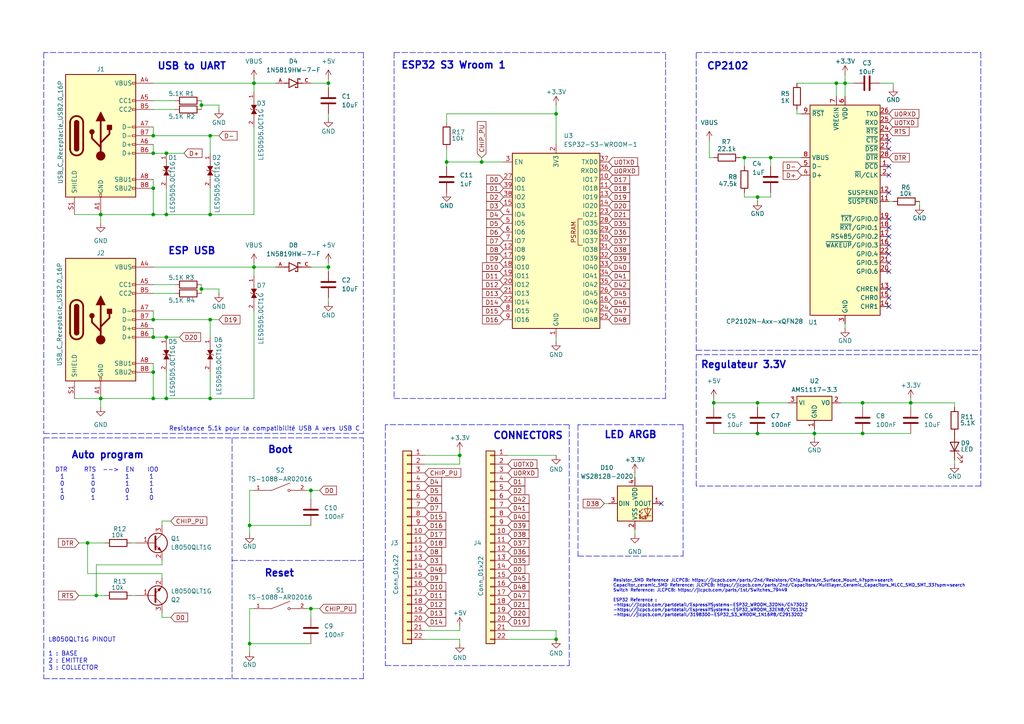
<source format=kicad_sch>
(kicad_sch (version 20231120) (generator "eeschema") (generator_version "8.0")
  (paper "A4")
  (lib_symbols
    (symbol "Connector:USB_C_Receptacle_USB2.0_16P" (pin_names (offset 1.016))
      (property "Reference" "J" (at 0 22.225 0))
      (property "Value" "USB_C_Receptacle_USB2.0_16P" (at 0 19.685 0))
      (symbol "USB_C_Receptacle_USB2.0_16P_1_1"
        (pin passive line (at 0 -22.86 90) (length 5.08) (name "GND") (number "A1"))
        (pin passive line (at 0 -22.86 90) (length 5.08) hide (name "GND") (number "A12"))
        (pin passive line (at 15.24 15.24 180) (length 5.08) (name "VBUS") (number "A4"))
        (pin bidirectional line (at 15.24 10.16 180) (length 5.08) (name "CC1") (number "A5"))
        (pin bidirectional line (at 15.24 -2.54 180) (length 5.08) (name "D+") (number "A6"))
        (pin bidirectional line (at 15.24 2.54 180) (length 5.08) (name "D-") (number "A7"))
        (pin bidirectional line (at 15.24 -12.7 180) (length 5.08) (name "SBU1") (number "A8"))
        (pin passive line (at 15.24 15.24 180) (length 5.08) hide (name "VBUS") (number "A9"))
        (pin passive line (at 0 -22.86 90) (length 5.08) hide (name "GND") (number "B1"))
        (pin passive line (at 0 -22.86 90) (length 5.08) hide (name "GND") (number "B12"))
        (pin passive line (at 15.24 15.24 180) (length 5.08) hide (name "VBUS") (number "B4"))
        (pin bidirectional line (at 15.24 7.62 180) (length 5.08) (name "CC2") (number "B5"))
        (pin bidirectional line (at 15.24 -5.08 180) (length 5.08) (name "D+") (number "B6"))
        (pin bidirectional line (at 15.24 0 180) (length 5.08) (name "D-") (number "B7"))
        (pin bidirectional line (at 15.24 -15.24 180) (length 5.08) (name "SBU2") (number "B8"))
        (pin passive line (at 15.24 15.24 180) (length 5.08) hide (name "VBUS") (number "B9"))
        (pin passive line (at -7.62 -22.86 90) (length 5.08) (name "SHIELD") (number "S1"))
      )
    )
    (symbol "Connector_Generic:Conn_01x22" (pin_names (offset 1.016) hide)
      (property "Reference" "J" (at 0 27.94 0))
      (property "Value" "Conn_01x22" (at 0 -30.48 0))
      (symbol "Conn_01x22_1_1"
        (pin passive line (at -5.08 25.4 0) (length 3.81) (name "Pin_1") (number "1"))
        (pin passive line (at -5.08 2.54 0) (length 3.81) (name "Pin_10") (number "10"))
        (pin passive line (at -5.08 0 0) (length 3.81) (name "Pin_11") (number "11"))
        (pin passive line (at -5.08 -2.54 0) (length 3.81) (name "Pin_12") (number "12"))
        (pin passive line (at -5.08 -5.08 0) (length 3.81) (name "Pin_13") (number "13"))
        (pin passive line (at -5.08 -7.62 0) (length 3.81) (name "Pin_14") (number "14"))
        (pin passive line (at -5.08 -10.16 0) (length 3.81) (name "Pin_15") (number "15"))
        (pin passive line (at -5.08 -12.7 0) (length 3.81) (name "Pin_16") (number "16"))
        (pin passive line (at -5.08 -15.24 0) (length 3.81) (name "Pin_17") (number "17"))
        (pin passive line (at -5.08 -17.78 0) (length 3.81) (name "Pin_18") (number "18"))
        (pin passive line (at -5.08 -20.32 0) (length 3.81) (name "Pin_19") (number "19"))
        (pin passive line (at -5.08 22.86 0) (length 3.81) (name "Pin_2") (number "2"))
        (pin passive line (at -5.08 -22.86 0) (length 3.81) (name "Pin_20") (number "20"))
        (pin passive line (at -5.08 -25.4 0) (length 3.81) (name "Pin_21") (number "21"))
        (pin passive line (at -5.08 -27.94 0) (length 3.81) (name "Pin_22") (number "22"))
        (pin passive line (at -5.08 20.32 0) (length 3.81) (name "Pin_3") (number "3"))
        (pin passive line (at -5.08 17.78 0) (length 3.81) (name "Pin_4") (number "4"))
        (pin passive line (at -5.08 15.24 0) (length 3.81) (name "Pin_5") (number "5"))
        (pin passive line (at -5.08 12.7 0) (length 3.81) (name "Pin_6") (number "6"))
        (pin passive line (at -5.08 10.16 0) (length 3.81) (name "Pin_7") (number "7"))
        (pin passive line (at -5.08 7.62 0) (length 3.81) (name "Pin_8") (number "8"))
        (pin passive line (at -5.08 5.08 0) (length 3.81) (name "Pin_9") (number "9"))
      )
    )
    (symbol "Device:C" (pin_numbers hide) (pin_names (offset 0.254))
      (property "Reference" "C" (at 0.635 2.54 0))
      (property "Value" "C" (at 0.635 -2.54 0))
      (symbol "C_1_1"
        (pin passive line (at 0 3.81 270) (length 2.794) (name "~") (number "1"))
        (pin passive line (at 0 -3.81 90) (length 2.794) (name "~") (number "2"))
      )
    )
    (symbol "Device:LED" (pin_numbers hide) (pin_names (offset 1.016) hide)
      (property "Reference" "D" (at 0 2.54 0))
      (property "Value" "LED" (at 0 -2.54 0))
      (symbol "LED_1_1"
        (pin passive line (at -3.81 0 0) (length 2.54) (name "K") (number "1"))
        (pin passive line (at 3.81 0 180) (length 2.54) (name "A") (number "2"))
      )
    )
    (symbol "Device:R" (pin_numbers hide) (pin_names (offset 0))
      (property "Reference" "R" (at 2.032 0 90))
      (property "Value" "R" (at 0 0 90))
      (symbol "R_1_1"
        (pin passive line (at 0 3.81 270) (length 1.27) (name "~") (number "1"))
        (pin passive line (at 0 -3.81 90) (length 1.27) (name "~") (number "2"))
      )
    )
    (symbol "Diode:1N5819HW-7-F" (pin_names (offset 1.016))
      (property "Reference" "D" (at -5.08 2.54 0))
      (property "Value" "1N5819HW-7-F" (at -5.08 -3.81 0))
      (symbol "1N5819HW-7-F_0_0"
        (pin passive line (at -5.08 0 0) (length 2.54) (name "~") (number "A"))
        (pin passive line (at 5.08 0 180) (length 2.54) (name "~") (number "C"))
      )
    )
    (symbol "Diode:LESD5D5.0CT1G" (pin_names (offset 1.016))
      (property "Reference" "D" (at -5.08 2.54 0))
      (property "Value" "LESD5D5.0CT1G" (at -5.08 -5.08 0))
      (symbol "LESD5D5.0CT1G_0_0"
        (pin passive line (at -5.08 0 0) (length 2.54) (name "~") (number "1"))
        (pin passive line (at 5.08 0 180) (length 2.54) (name "~") (number "2"))
      )
    )
    (symbol "Interface_USB:CP2102N-Axx-xQFN28"
      (property "Reference" "U" (at -8.89 31.75 0))
      (property "Value" "CP2102N-Axx-xQFN28" (at 12.7 31.75 0))
      (symbol "CP2102N-Axx-xQFN28_1_1"
        (pin input line (at 12.7 12.7 180) (length 2.54) (name "~{DCD}") (number "1"))
        (pin no_connect line (at -10.16 -27.94 0) (length 2.54) hide (name "NC") (number "10"))
        (pin output line (at 12.7 2.54 180) (length 2.54) (name "~{SUSPEND}") (number "11"))
        (pin output line (at 12.7 5.08 180) (length 2.54) (name "SUSPEND") (number "12"))
        (pin output line (at 12.7 -22.86 180) (length 2.54) (name "CHREN") (number "13"))
        (pin output line (at 12.7 -27.94 180) (length 2.54) (name "CHR1") (number "14"))
        (pin output line (at 12.7 -25.4 180) (length 2.54) (name "CHR0") (number "15"))
        (pin bidirectional line (at 12.7 -10.16 180) (length 2.54) (name "~{WAKEUP}/GPIO.3") (number "16"))
        (pin bidirectional line (at 12.7 -7.62 180) (length 2.54) (name "RS485/GPIO.2") (number "17"))
        (pin bidirectional line (at 12.7 -5.08 180) (length 2.54) (name "~{RXT}/GPIO.1") (number "18"))
        (pin bidirectional line (at 12.7 -2.54 180) (length 2.54) (name "~{TXT}/GPIO.0") (number "19"))
        (pin bidirectional line (at 12.7 10.16 180) (length 2.54) (name "~{RI}/CLK") (number "2"))
        (pin bidirectional line (at 12.7 -17.78 180) (length 2.54) (name "GPIO.6") (number "20"))
        (pin bidirectional line (at 12.7 -15.24 180) (length 2.54) (name "GPIO.5") (number "21"))
        (pin bidirectional line (at 12.7 -12.7 180) (length 2.54) (name "GPIO.4") (number "22"))
        (pin input line (at 12.7 20.32 180) (length 2.54) (name "~{CTS}") (number "23"))
        (pin output line (at 12.7 22.86 180) (length 2.54) (name "~{RTS}") (number "24"))
        (pin input line (at 12.7 25.4 180) (length 2.54) (name "RXD") (number "25"))
        (pin output line (at 12.7 27.94 180) (length 2.54) (name "TXD") (number "26"))
        (pin input line (at 12.7 17.78 180) (length 2.54) (name "~{DSR}") (number "27"))
        (pin output line (at 12.7 15.24 180) (length 2.54) (name "~{DTR}") (number "28"))
        (pin passive line (at 0 -33.02 90) (length 2.54) hide (name "GND") (number "29"))
        (pin power_in line (at 0 -33.02 90) (length 2.54) (name "GND") (number "3"))
        (pin bidirectional line (at -12.7 10.16 0) (length 2.54) (name "D+") (number "4"))
        (pin bidirectional line (at -12.7 12.7 0) (length 2.54) (name "D-") (number "5"))
        (pin power_in line (at 0 33.02 270) (length 2.54) (name "VDD") (number "6"))
        (pin power_in line (at -2.54 33.02 270) (length 2.54) (name "VREGIN") (number "7"))
        (pin input line (at -12.7 15.24 0) (length 2.54) (name "VBUS") (number "8"))
        (pin input line (at -12.7 27.94 0) (length 2.54) (name "~{RST}") (number "9"))
      )
    )
    (symbol "LED:WS2812B-2020" (pin_names (offset 0.254))
      (property "Reference" "D" (at 5.08 5.715 0))
      (property "Value" "WS2812B-2020" (at 1.27 -5.715 0))
      (symbol "WS2812B-2020_0_0"
        (text "RGB" (at 2.286 -4.191 0) (effects (font (size 0.762 0.762))))
      )
      (symbol "WS2812B-2020_1_1"
        (pin output line (at 7.62 0 180) (length 2.54) (name "DOUT") (number "1"))
        (pin power_in line (at 0 -7.62 90) (length 2.54) (name "VSS") (number "2"))
        (pin input line (at -7.62 0 0) (length 2.54) (name "DIN") (number "3"))
        (pin power_in line (at 0 7.62 270) (length 2.54) (name "VDD") (number "4"))
      )
    )
    (symbol "RF_Module:ESP32-S3-WROOM-1"
      (property "Reference" "U" (at -12.7 26.67 0))
      (property "Value" "ESP32-S3-WROOM-1" (at 12.7 26.67 0))
      (symbol "ESP32-S3-WROOM-1_0_0"
        (text "PSRAM" (at 5.08 2.54 900) (effects (font (size 1.27 1.27))))
      )
      (symbol "ESP32-S3-WROOM-1_1_1"
        (pin power_in line (at 0 -27.94 90) (length 2.54) (name "GND") (number "1"))
        (pin bidirectional line (at 15.24 17.78 180) (length 2.54) (name "IO17") (number "10"))
        (pin bidirectional line (at 15.24 15.24 180) (length 2.54) (name "IO18") (number "11"))
        (pin bidirectional line (at -15.24 -2.54 0) (length 2.54) (name "IO8") (number "12"))
        (pin bidirectional line (at 15.24 12.7 180) (length 2.54) (name "IO19") (number "13"))
        (pin bidirectional line (at 15.24 10.16 180) (length 2.54) (name "IO20") (number "14"))
        (pin bidirectional line (at -15.24 10.16 0) (length 2.54) (name "IO3") (number "15"))
        (pin bidirectional line (at 15.24 -17.78 180) (length 2.54) (name "IO46") (number "16"))
        (pin bidirectional line (at -15.24 -5.08 0) (length 2.54) (name "IO9") (number "17"))
        (pin bidirectional line (at -15.24 -7.62 0) (length 2.54) (name "IO10") (number "18"))
        (pin bidirectional line (at -15.24 -10.16 0) (length 2.54) (name "IO11") (number "19"))
        (pin power_in line (at 0 27.94 270) (length 2.54) (name "3V3") (number "2"))
        (pin bidirectional line (at -15.24 -12.7 0) (length 2.54) (name "IO12") (number "20"))
        (pin bidirectional line (at -15.24 -15.24 0) (length 2.54) (name "IO13") (number "21"))
        (pin bidirectional line (at -15.24 -17.78 0) (length 2.54) (name "IO14") (number "22"))
        (pin bidirectional line (at 15.24 7.62 180) (length 2.54) (name "IO21") (number "23"))
        (pin bidirectional line (at 15.24 -20.32 180) (length 2.54) (name "IO47") (number "24"))
        (pin bidirectional line (at 15.24 -22.86 180) (length 2.54) (name "IO48") (number "25"))
        (pin bidirectional line (at 15.24 -15.24 180) (length 2.54) (name "IO45") (number "26"))
        (pin bidirectional line (at -15.24 17.78 0) (length 2.54) (name "IO0") (number "27"))
        (pin bidirectional line (at 15.24 5.08 180) (length 2.54) (name "IO35") (number "28"))
        (pin bidirectional line (at 15.24 2.54 180) (length 2.54) (name "IO36") (number "29"))
        (pin input line (at -15.24 22.86 0) (length 2.54) (name "EN") (number "3"))
        (pin bidirectional line (at 15.24 0 180) (length 2.54) (name "IO37") (number "30"))
        (pin bidirectional line (at 15.24 -2.54 180) (length 2.54) (name "IO38") (number "31"))
        (pin bidirectional line (at 15.24 -5.08 180) (length 2.54) (name "IO39") (number "32"))
        (pin bidirectional line (at 15.24 -7.62 180) (length 2.54) (name "IO40") (number "33"))
        (pin bidirectional line (at 15.24 -10.16 180) (length 2.54) (name "IO41") (number "34"))
        (pin bidirectional line (at 15.24 -12.7 180) (length 2.54) (name "IO42") (number "35"))
        (pin bidirectional line (at 15.24 20.32 180) (length 2.54) (name "RXD0") (number "36"))
        (pin bidirectional line (at 15.24 22.86 180) (length 2.54) (name "TXD0") (number "37"))
        (pin bidirectional line (at -15.24 12.7 0) (length 2.54) (name "IO2") (number "38"))
        (pin bidirectional line (at -15.24 15.24 0) (length 2.54) (name "IO1") (number "39"))
        (pin bidirectional line (at -15.24 7.62 0) (length 2.54) (name "IO4") (number "4"))
        (pin passive line (at 0 -27.94 90) (length 2.54) hide (name "GND") (number "40"))
        (pin passive line (at 0 -27.94 90) (length 2.54) hide (name "GND") (number "41"))
        (pin bidirectional line (at -15.24 5.08 0) (length 2.54) (name "IO5") (number "5"))
        (pin bidirectional line (at -15.24 2.54 0) (length 2.54) (name "IO6") (number "6"))
        (pin bidirectional line (at -15.24 0 0) (length 2.54) (name "IO7") (number "7"))
        (pin bidirectional line (at -15.24 -20.32 0) (length 2.54) (name "IO15") (number "8"))
        (pin bidirectional line (at -15.24 -22.86 0) (length 2.54) (name "IO16") (number "9"))
      )
    )
    (symbol "Regulator_Linear:AMS1117-3.3"
      (property "Reference" "U" (at -3.81 3.175 0))
      (property "Value" "AMS1117-3.3" (at 0 3.175 0))
      (symbol "AMS1117-3.3_1_1"
        (pin power_in line (at 0 -7.62 90) (length 2.54) (name "GND") (number "1"))
        (pin power_out line (at 7.62 0 180) (length 2.54) (name "VO") (number "2"))
        (pin power_in line (at -7.62 0 0) (length 2.54) (name "VI") (number "3"))
      )
    )
    (symbol "Switch:TS-1088-AR02016" (pin_names (offset 1.016))
      (property "Reference" "S" (at -2.54 2.54 0))
      (property "Value" "TS-1088-AR02016" (at -2.54 -2.54 0))
      (symbol "TS-1088-AR02016_0_0"
        (pin passive line (at -7.62 0 0) (length 2.54) (name "~") (number "1"))
        (pin passive line (at 7.62 0 180) (length 2.54) (name "~") (number "2"))
      )
    )
    (symbol "Transistor_BJT:SS8050" (pin_names (offset 0) hide)
      (property "Reference" "Q" (at 5.08 1.905 0))
      (property "Value" "SS8050" (at 5.08 0 0))
      (symbol "SS8050_1_1"
        (pin input line (at -5.08 0 0) (length 5.715) (name "B") (number "1"))
        (pin passive line (at 2.54 -5.08 90) (length 2.54) (name "E") (number "2"))
        (pin passive line (at 2.54 5.08 270) (length 2.54) (name "C") (number "3"))
      )
    )
    (symbol "power:+3.3V" (power) (pin_numbers hide) (pin_names (offset 0) hide)
      (property "Value" "+3.3V" (at 0 3.556 0))
      (symbol "+3.3V_1_1"
        (pin power_in line (at 0 0 90) (length 0) (name "~") (number "1"))
      )
    )
    (symbol "power:+5V" (power) (pin_numbers hide) (pin_names (offset 0) hide)
      (property "Value" "+5V" (at 0 3.556 0))
      (symbol "+5V_1_1"
        (pin power_in line (at 0 0 90) (length 0) (name "~") (number "1"))
      )
    )
    (symbol "power:GND" (power) (pin_numbers hide) (pin_names (offset 0) hide)
      (property "Value" "GND" (at 0 -3.81 0))
      (symbol "GND_1_1"
        (pin power_in line (at 0 0 270) (length 0) (name "~") (number "1"))
      )
    )
    (symbol "power:VBUS" (power) (pin_numbers hide) (pin_names (offset 0) hide)
      (property "Value" "VBUS" (at 0 3.556 0))
      (symbol "VBUS_1_1"
        (pin power_in line (at 0 0 90) (length 0) (name "~") (number "1"))
      )
    )
  )
  (junction (at 48.26 44.45))
  (junction (at 73.66 77.47))
  (junction (at 44.45 62.23))
  (junction (at 139.7 46.99))
  (junction (at 161.29 185.42))
  (junction (at 44.45 107.95))
  (junction (at 48.26 115.57))
  (junction (at 250.19 116.84))
  (junction (at 223.52 45.72))
  (junction (at 219.71 57.15))
  (junction (at 242.57 24.13))
  (junction (at 73.66 24.13))
  (junction (at 129.54 46.99))
  (junction (at 90.17 142.24))
  (junction (at 72.39 186.69))
  (junction (at 219.71 116.84))
  (junction (at 95.25 24.13))
  (junction (at 250.19 125.73))
  (junction (at 95.25 77.47))
  (junction (at 207.01 116.84))
  (junction (at 72.39 152.4))
  (junction (at 133.35 132.08))
  (junction (at 236.22 125.73))
  (junction (at 48.26 62.23))
  (junction (at 29.21 62.23))
  (junction (at 25.4 157.48))
  (junction (at 60.96 115.57))
  (junction (at 44.45 115.57))
  (junction (at 60.96 92.71))
  (junction (at 58.42 30.48))
  (junction (at 215.9 45.72))
  (junction (at 27.94 172.72))
  (junction (at 264.16 116.84))
  (junction (at 245.11 24.13))
  (junction (at 219.71 125.73))
  (junction (at 161.29 33.02))
  (junction (at 29.21 115.57))
  (junction (at 44.45 44.45))
  (junction (at 90.17 176.53))
  (junction (at 44.45 54.61))
  (junction (at 58.42 83.82))
  (junction (at 48.26 97.79))
  (junction (at 60.96 62.23))
  (junction (at 60.96 39.37))
  (junction (at 44.45 97.79))
  (junction (at 44.45 39.37))
  (junction (at 44.45 92.71))
  (no_connect (at 191.77 146.05))
  (no_connect (at 257.81 83.82))
  (no_connect (at 257.81 76.2))
  (no_connect (at 257.81 71.12))
  (no_connect (at 257.81 73.66))
  (no_connect (at 257.81 43.18))
  (no_connect (at 257.81 66.04))
  (no_connect (at 257.81 63.5))
  (no_connect (at 257.81 78.74))
  (no_connect (at 257.81 48.26))
  (no_connect (at 257.81 68.58))
  (no_connect (at 257.81 50.8))
  (no_connect (at 257.81 55.88))
  (no_connect (at 257.81 86.36))
  (no_connect (at 257.81 40.64))
  (no_connect (at 257.81 88.9))
  (wire (pts (xy 139.7 45.72) (xy 139.7 46.99)))
  (wire (pts (xy 215.9 45.72) (xy 223.52 45.72)))
  (wire (pts (xy 60.96 62.23) (xy 73.66 62.23)))
  (polyline (pts (xy 284.48 15.24) (xy 284.48 101.6)) (stroke (width 0) (type dash)))
  (wire (pts (xy 95.25 22.86) (xy 95.25 24.13)))
  (wire (pts (xy 60.96 54.61) (xy 60.96 62.23)))
  (wire (pts (xy 44.45 41.91) (xy 44.45 44.45)))
  (wire (pts (xy 30.48 172.72) (xy 27.94 172.72)))
  (polyline (pts (xy 67.31 127) (xy 67.31 196.85)) (stroke (width 0) (type dash)))
  (wire (pts (xy 72.39 142.24) (xy 73.66 142.24)))
  (wire (pts (xy 276.86 116.84) (xy 264.16 116.84)))
  (wire (pts (xy 276.86 118.11) (xy 276.86 116.84)))
  (wire (pts (xy 73.66 77.47) (xy 73.66 80.01)))
  (wire (pts (xy 236.22 125.73) (xy 250.19 125.73)))
  (polyline (pts (xy 201.93 101.6) (xy 284.48 101.6)) (stroke (width 0) (type dash)))
  (wire (pts (xy 90.17 142.24) (xy 92.71 142.24)))
  (wire (pts (xy 255.27 24.13) (xy 259.08 24.13)))
  (wire (pts (xy 236.22 125.73) (xy 236.22 127)))
  (wire (pts (xy 44.45 115.57) (xy 29.21 115.57)))
  (wire (pts (xy 207.01 116.84) (xy 219.71 116.84)))
  (wire (pts (xy 60.96 44.45) (xy 60.96 39.37)))
  (wire (pts (xy 44.45 107.95) (xy 44.45 115.57)))
  (wire (pts (xy 129.54 43.18) (xy 129.54 46.99)))
  (wire (pts (xy 266.7 58.42) (xy 266.7 59.69)))
  (wire (pts (xy 60.96 97.79) (xy 60.96 92.71)))
  (wire (pts (xy 58.42 83.82) (xy 63.5 83.82)))
  (wire (pts (xy 90.17 24.13) (xy 95.25 24.13)))
  (wire (pts (xy 161.29 30.48) (xy 161.29 33.02)))
  (wire (pts (xy 46.99 166.37) (xy 25.4 166.37)))
  (wire (pts (xy 205.74 40.64) (xy 205.74 45.72)))
  (wire (pts (xy 207.01 116.84) (xy 207.01 118.11)))
  (wire (pts (xy 95.25 87.63) (xy 95.25 86.36)))
  (wire (pts (xy 219.71 116.84) (xy 228.6 116.84)))
  (wire (pts (xy 46.99 151.13) (xy 49.53 151.13)))
  (wire (pts (xy 58.42 30.48) (xy 63.5 30.48)))
  (wire (pts (xy 58.42 30.48) (xy 58.42 29.21)))
  (wire (pts (xy 48.26 115.57) (xy 44.45 115.57)))
  (wire (pts (xy 133.35 182.88) (xy 133.35 181.61)))
  (wire (pts (xy 123.19 182.88) (xy 133.35 182.88)))
  (wire (pts (xy 63.5 83.82) (xy 63.5 85.09)))
  (wire (pts (xy 90.17 176.53) (xy 92.71 176.53)))
  (wire (pts (xy 147.32 132.08) (xy 161.29 132.08)))
  (wire (pts (xy 29.21 62.23) (xy 29.21 64.77)))
  (wire (pts (xy 231.14 33.02) (xy 231.14 31.75)))
  (wire (pts (xy 95.25 33.02) (xy 95.25 34.29)))
  (wire (pts (xy 25.4 157.48) (xy 30.48 157.48)))
  (wire (pts (xy 250.19 125.73) (xy 264.16 125.73)))
  (wire (pts (xy 88.9 176.53) (xy 90.17 176.53)))
  (polyline (pts (xy 165.1 123.19) (xy 111.76 123.19)) (stroke (width 0) (type dash)))
  (wire (pts (xy 90.17 77.47) (xy 95.25 77.47)))
  (wire (pts (xy 90.17 142.24) (xy 90.17 144.78)))
  (wire (pts (xy 242.57 24.13) (xy 245.11 24.13)))
  (wire (pts (xy 38.1 172.72) (xy 39.37 172.72)))
  (wire (pts (xy 38.1 157.48) (xy 39.37 157.48)))
  (polyline (pts (xy 284.48 102.87) (xy 284.48 140.97)) (stroke (width 0) (type dash)))
  (wire (pts (xy 44.45 31.75) (xy 50.8 31.75)))
  (wire (pts (xy 22.86 157.48) (xy 25.4 157.48)))
  (wire (pts (xy 60.96 115.57) (xy 48.26 115.57)))
  (wire (pts (xy 133.35 134.62) (xy 133.35 132.08)))
  (wire (pts (xy 73.66 76.2) (xy 73.66 77.47)))
  (wire (pts (xy 48.26 44.45) (xy 53.34 44.45)))
  (wire (pts (xy 250.19 116.84) (xy 250.19 118.11)))
  (wire (pts (xy 44.45 39.37) (xy 60.96 39.37)))
  (polyline (pts (xy 167.64 161.29) (xy 198.12 161.29)) (stroke (width 0) (type dash)))
  (wire (pts (xy 48.26 107.95) (xy 48.26 115.57)))
  (wire (pts (xy 60.96 107.95) (xy 60.96 115.57)))
  (wire (pts (xy 245.11 95.25) (xy 245.11 93.98)))
  (wire (pts (xy 44.45 97.79) (xy 48.26 97.79)))
  (wire (pts (xy 264.16 115.57) (xy 264.16 116.84)))
  (wire (pts (xy 175.26 146.05) (xy 176.53 146.05)))
  (wire (pts (xy 205.74 45.72) (xy 207.01 45.72)))
  (wire (pts (xy 147.32 182.88) (xy 161.29 182.88)))
  (wire (pts (xy 215.9 57.15) (xy 215.9 55.88)))
  (wire (pts (xy 72.39 186.69) (xy 72.39 176.53)))
  (wire (pts (xy 129.54 46.99) (xy 129.54 48.26)))
  (polyline (pts (xy 114.3 15.24) (xy 193.04 15.24)) (stroke (width 0) (type dash)))
  (wire (pts (xy 73.66 90.17) (xy 73.66 115.57)))
  (wire (pts (xy 73.66 24.13) (xy 73.66 26.67)))
  (polyline (pts (xy 114.3 115.57) (xy 193.04 115.57)) (stroke (width 0) (type dash)))
  (wire (pts (xy 223.52 45.72) (xy 223.52 48.26)))
  (wire (pts (xy 44.45 36.83) (xy 44.45 39.37)))
  (wire (pts (xy 223.52 45.72) (xy 232.41 45.72)))
  (wire (pts (xy 236.22 124.46) (xy 236.22 125.73)))
  (polyline (pts (xy 12.7 127) (xy 12.7 196.85)) (stroke (width 0) (type dash)))
  (wire (pts (xy 72.39 154.94) (xy 72.39 152.4)))
  (wire (pts (xy 60.96 115.57) (xy 73.66 115.57)))
  (wire (pts (xy 25.4 166.37) (xy 25.4 157.48)))
  (wire (pts (xy 242.57 27.94) (xy 242.57 24.13)))
  (wire (pts (xy 161.29 99.06) (xy 161.29 97.79)))
  (wire (pts (xy 161.29 33.02) (xy 161.29 41.91)))
  (polyline (pts (xy 67.31 162.56) (xy 105.41 162.56)) (stroke (width 0) (type dash)))
  (wire (pts (xy 214.63 45.72) (xy 215.9 45.72)))
  (wire (pts (xy 72.39 152.4) (xy 90.17 152.4)))
  (wire (pts (xy 250.19 116.84) (xy 264.16 116.84)))
  (wire (pts (xy 123.19 132.08) (xy 133.35 132.08)))
  (polyline (pts (xy 12.7 125.73) (xy 105.41 125.73)) (stroke (width 0) (type dash)))
  (wire (pts (xy 184.15 153.67) (xy 184.15 154.94)))
  (polyline (pts (xy 198.12 161.29) (xy 198.12 123.19)) (stroke (width 0) (type dash)))
  (wire (pts (xy 46.99 179.07) (xy 46.99 177.8)))
  (wire (pts (xy 63.5 30.48) (xy 63.5 31.75)))
  (wire (pts (xy 232.41 33.02) (xy 231.14 33.02)))
  (polyline (pts (xy 12.7 15.24) (xy 12.7 125.73)) (stroke (width 0) (type dash)))
  (wire (pts (xy 259.08 58.42) (xy 257.81 58.42)))
  (polyline (pts (xy 114.3 15.24) (xy 114.3 115.57)) (stroke (width 0) (type dash)))
  (wire (pts (xy 44.45 95.25) (xy 44.45 97.79)))
  (wire (pts (xy 72.39 186.69) (xy 90.17 186.69)))
  (wire (pts (xy 48.26 62.23) (xy 44.45 62.23)))
  (wire (pts (xy 58.42 83.82) (xy 58.42 85.09)))
  (wire (pts (xy 44.45 92.71) (xy 60.96 92.71)))
  (wire (pts (xy 46.99 163.83) (xy 27.94 163.83)))
  (wire (pts (xy 46.99 162.56) (xy 46.99 163.83)))
  (wire (pts (xy 231.14 24.13) (xy 242.57 24.13)))
  (wire (pts (xy 60.96 39.37) (xy 63.5 39.37)))
  (wire (pts (xy 44.45 29.21) (xy 50.8 29.21)))
  (wire (pts (xy 44.45 90.17) (xy 44.45 92.71)))
  (wire (pts (xy 219.71 116.84) (xy 219.71 118.11)))
  (polyline (pts (xy 105.41 15.24) (xy 105.41 125.73)) (stroke (width 0) (type dash)))
  (wire (pts (xy 245.11 21.59) (xy 245.11 24.13)))
  (wire (pts (xy 243.84 116.84) (xy 250.19 116.84)))
  (wire (pts (xy 21.59 62.23) (xy 29.21 62.23)))
  (polyline (pts (xy 201.93 102.87) (xy 201.93 140.97)) (stroke (width 0) (type dash)))
  (wire (pts (xy 219.71 58.42) (xy 219.71 57.15)))
  (wire (pts (xy 44.45 82.55) (xy 50.8 82.55)))
  (wire (pts (xy 72.39 176.53) (xy 73.66 176.53)))
  (wire (pts (xy 129.54 35.56) (xy 129.54 33.02)))
  (wire (pts (xy 245.11 24.13) (xy 247.65 24.13)))
  (wire (pts (xy 276.86 134.62) (xy 276.86 133.35)))
  (polyline (pts (xy 105.41 15.24) (xy 12.7 15.24)) (stroke (width 0) (type dash)))
  (polyline (pts (xy 201.93 15.24) (xy 284.48 15.24)) (stroke (width 0) (type dash)))
  (wire (pts (xy 58.42 82.55) (xy 58.42 83.82)))
  (polyline (pts (xy 201.93 101.6) (xy 201.93 15.24)) (stroke (width 0) (type dash)))
  (wire (pts (xy 264.16 116.84) (xy 264.16 118.11)))
  (wire (pts (xy 215.9 45.72) (xy 215.9 48.26)))
  (wire (pts (xy 46.99 179.07) (xy 49.53 179.07)))
  (wire (pts (xy 48.26 54.61) (xy 48.26 62.23)))
  (wire (pts (xy 73.66 36.83) (xy 73.66 62.23)))
  (wire (pts (xy 73.66 24.13) (xy 80.01 24.13)))
  (wire (pts (xy 72.39 152.4) (xy 72.39 142.24)))
  (wire (pts (xy 215.9 57.15) (xy 219.71 57.15)))
  (wire (pts (xy 95.25 76.2) (xy 95.25 77.47)))
  (wire (pts (xy 44.45 85.09) (xy 50.8 85.09)))
  (wire (pts (xy 44.45 54.61) (xy 44.45 62.23)))
  (wire (pts (xy 73.66 22.86) (xy 73.66 24.13)))
  (wire (pts (xy 207.01 115.57) (xy 207.01 116.84)))
  (polyline (pts (xy 105.41 196.85) (xy 105.41 127)) (stroke (width 0) (type dash)))
  (wire (pts (xy 133.35 132.08) (xy 133.35 130.81)))
  (wire (pts (xy 46.99 167.64) (xy 46.99 166.37)))
  (wire (pts (xy 129.54 33.02) (xy 161.29 33.02)))
  (polyline (pts (xy 111.76 123.19) (xy 111.76 193.04)) (stroke (width 0) (type dash)))
  (wire (pts (xy 133.35 185.42) (xy 133.35 186.69)))
  (wire (pts (xy 60.96 62.23) (xy 48.26 62.23)))
  (wire (pts (xy 22.86 172.72) (xy 27.94 172.72)))
  (wire (pts (xy 72.39 189.23) (xy 72.39 186.69)))
  (wire (pts (xy 123.19 185.42) (xy 133.35 185.42)))
  (wire (pts (xy 184.15 137.16) (xy 184.15 138.43)))
  (polyline (pts (xy 12.7 196.85) (xy 105.41 196.85)) (stroke (width 0) (type dash)))
  (wire (pts (xy 46.99 151.13) (xy 46.99 152.4)))
  (polyline (pts (xy 198.12 123.19) (xy 167.64 123.19)) (stroke (width 0) (type dash)))
  (wire (pts (xy 44.45 105.41) (xy 44.45 107.95)))
  (wire (pts (xy 58.42 31.75) (xy 58.42 30.48)))
  (polyline (pts (xy 167.64 123.19) (xy 167.64 161.29)) (stroke (width 0) (type dash)))
  (wire (pts (xy 27.94 163.83) (xy 27.94 172.72)))
  (wire (pts (xy 88.9 142.24) (xy 90.17 142.24)))
  (wire (pts (xy 223.52 55.88) (xy 223.52 57.15)))
  (polyline (pts (xy 111.76 193.04) (xy 165.1 193.04)) (stroke (width 0) (type dash)))
  (wire (pts (xy 44.45 44.45) (xy 48.26 44.45)))
  (wire (pts (xy 48.26 97.79) (xy 52.07 97.79)))
  (wire (pts (xy 29.21 115.57) (xy 29.21 118.11)))
  (polyline (pts (xy 165.1 193.04) (xy 165.1 123.19)) (stroke (width 0) (type dash)))
  (wire (pts (xy 44.45 77.47) (xy 73.66 77.47)))
  (wire (pts (xy 95.25 77.47) (xy 95.25 78.74)))
  (polyline (pts (xy 201.93 102.87) (xy 284.48 102.87)) (stroke (width 0) (type dash)))
  (wire (pts (xy 44.45 24.13) (xy 73.66 24.13)))
  (wire (pts (xy 60.96 92.71) (xy 63.5 92.71)))
  (wire (pts (xy 95.25 24.13) (xy 95.25 25.4)))
  (wire (pts (xy 123.19 134.62) (xy 133.35 134.62)))
  (wire (pts (xy 259.08 24.13) (xy 259.08 25.4)))
  (wire (pts (xy 219.71 125.73) (xy 236.22 125.73)))
  (polyline (pts (xy 12.7 127) (xy 105.41 127)) (stroke (width 0) (type dash)))
  (wire (pts (xy 44.45 52.07) (xy 44.45 54.61)))
  (wire (pts (xy 129.54 46.99) (xy 139.7 46.99)))
  (wire (pts (xy 207.01 125.73) (xy 219.71 125.73)))
  (wire (pts (xy 223.52 57.15) (xy 219.71 57.15)))
  (wire (pts (xy 90.17 176.53) (xy 90.17 179.07)))
  (wire (pts (xy 161.29 182.88) (xy 161.29 185.42)))
  (wire (pts (xy 21.59 115.57) (xy 29.21 115.57)))
  (wire (pts (xy 73.66 77.47) (xy 80.01 77.47)))
  (wire (pts (xy 44.45 62.23) (xy 29.21 62.23)))
  (polyline (pts (xy 193.04 115.57) (xy 193.04 15.24)) (stroke (width 0) (type dash)))
  (polyline (pts (xy 284.48 140.97) (xy 201.93 140.97)) (stroke (width 0) (type dash)))
  (wire (pts (xy 147.32 185.42) (xy 161.29 185.42)))
  (wire (pts (xy 139.7 46.99) (xy 146.05 46.99)))
  (wire (pts (xy 245.11 24.13) (xy 245.11 27.94)))
  (text "LED ARGB" (at 182.88 126.238 0) (effects (font (size 2.032 2.032) (thickness 0.4064) (bold yes))))
  (text "Resistor_SMD Reference JLCPCB: https://jlcpcb.com/parts/2nd/Resistors/Chip_Resistor_Surface_Mount_4?spm=search\nCapacitor_ceramic_SMD Reference: JLCPCB: https://jlcpcb.com/parts/2nd/Capacitors/Multilayer_Ceramic_Capacitors_MLCC_SMD_SMT_33?spm=search\nSwitch Reference: JLCPCB: https://jlcpcb.com/parts/1st/Switches_79449\n\nESP32 Reference :\n-https://jlcpcb.com/partdetail/EspressifSystems-ESP32_WROOM_32DN4/C473012\n-https://jlcpcb.com/partdetail/EspressifSystems-ESP32_WROOM_32EN8/C701342\n-https://jlcpcb.com/partdetail/3198300-ESP32_S3_WROOM_1N16R8/C2913202" (at 177.8 173.482 0) (effects (font (size 0.889 0.889)) (justify left)))
  (text "ESP USB" (at 55.626 72.898 0) (effects (font (size 2.032 2.032) (thickness 0.4064) (bold yes))))
  (text "Reset" (at 81.026 166.37 0) (effects (font (size 2.032 2.032) (thickness 0.4064) (bold yes))))
  (text "Resistance 5.1k pour la compatibilité USB A vers USB C" (at 76.708 124.46 0) (effects (font (size 1.27 1.27))))
  (text "L8050QLT1G PINOUT\n\n1 : BASE\n2 : EMITTER\n3 : COLLECTOR" (at 13.97 189.738 0) (effects (font (size 1.27 1.27)) (justify left)))
  (text "CONNECTORS" (at 153.162 126.492 0) (effects (font (size 2.032 2.032) (thickness 0.4064) (bold yes))))
  (text " DTR     RTS  -->  EN    IO0 \n 1        1         1      1 \n 0        0         1      1 \n 1        0         0      1 \n 0        1         1      0 " (at 30.988 140.462 0) (effects (font (size 1.27 1.27))))
  (text "USB to UART" (at 55.626 19.304 0) (effects (font (size 2.032 2.032) (thickness 0.4064) (bold yes))))
  (text "Boot" (at 81.28 130.556 0) (effects (font (size 2.032 2.032) (thickness 0.4064) (bold yes))))
  (text "Regulateur 3.3V" (at 215.646 105.918 0) (effects (font (size 2.032 2.032) (thickness 0.4064) (bold yes))))
  (text "Auto program" (at 31.242 132.08 0) (effects (font (size 2.032 2.032) (thickness 0.4064) (bold yes))))
  (text "CP2102" (at 211.074 19.304 0) (effects (font (size 2.032 2.032) (thickness 0.4064) (bold yes))))
  (text "ESP32 S3 Wroom 1" (at 131.572 19.05 0) (effects (font (size 2.032 2.032) (thickness 0.4064) (bold yes))))
  (global_label "D1" (shape input) (at 147.32 139.7 0) (property "Intersheetrefs" "${INTERSHEET_REFS}" (effects (hide yes))))
  (global_label "D5" (shape input) (at 123.19 142.24 0) (property "Intersheetrefs" "${INTERSHEET_REFS}" (effects (hide yes))))
  (global_label "D18" (shape input) (at 176.53 54.61 0) (property "Intersheetrefs" "${INTERSHEET_REFS}" (effects (hide yes))))
  (global_label "D21" (shape input) (at 176.53 62.23 0) (property "Intersheetrefs" "${INTERSHEET_REFS}" (effects (hide yes))))
  (global_label "D38" (shape input) (at 147.32 154.94 0) (property "Intersheetrefs" "${INTERSHEET_REFS}" (effects (hide yes))))
  (global_label "D42" (shape input) (at 147.32 144.78 0) (property "Intersheetrefs" "${INTERSHEET_REFS}" (effects (hide yes))))
  (global_label "D36" (shape input) (at 176.53 67.31 0) (property "Intersheetrefs" "${INTERSHEET_REFS}" (effects (hide yes))))
  (global_label "D7" (shape input) (at 123.19 147.32 0) (property "Intersheetrefs" "${INTERSHEET_REFS}" (effects (hide yes))))
  (global_label "D17" (shape input) (at 176.53 52.07 0) (property "Intersheetrefs" "${INTERSHEET_REFS}" (effects (hide yes))))
  (global_label "RTS" (shape input) (at 22.86 172.72 180) (property "Intersheetrefs" "${INTERSHEET_REFS}" (effects (hide yes))))
  (global_label "D6" (shape input) (at 146.05 67.31 180) (property "Intersheetrefs" "${INTERSHEET_REFS}" (effects (hide yes))))
  (global_label "D40" (shape input) (at 147.32 149.86 0) (property "Intersheetrefs" "${INTERSHEET_REFS}" (effects (hide yes))))
  (global_label "U0RXD" (shape input) (at 176.53 49.53 0) (property "Intersheetrefs" "${INTERSHEET_REFS}" (effects (hide yes))))
  (global_label "D0" (shape input) (at 147.32 165.1 0) (property "Intersheetrefs" "${INTERSHEET_REFS}" (effects (hide yes))))
  (global_label "D36" (shape input) (at 147.32 160.02 0) (property "Intersheetrefs" "${INTERSHEET_REFS}" (effects (hide yes))))
  (global_label "D5" (shape input) (at 146.05 64.77 180) (property "Intersheetrefs" "${INTERSHEET_REFS}" (effects (hide yes))))
  (global_label "D11" (shape input) (at 123.19 172.72 0) (property "Intersheetrefs" "${INTERSHEET_REFS}" (effects (hide yes))))
  (global_label "D47" (shape input) (at 147.32 172.72 0) (property "Intersheetrefs" "${INTERSHEET_REFS}" (effects (hide yes))))
  (global_label "U0TXD" (shape input) (at 176.53 46.99 0) (property "Intersheetrefs" "${INTERSHEET_REFS}" (effects (hide yes))))
  (global_label "D14" (shape input) (at 123.19 180.34 0) (property "Intersheetrefs" "${INTERSHEET_REFS}" (effects (hide yes))))
  (global_label "D16" (shape input) (at 146.05 92.71 180) (property "Intersheetrefs" "${INTERSHEET_REFS}" (effects (hide yes))))
  (global_label "D19" (shape input) (at 63.5 92.71 0) (property "Intersheetrefs" "${INTERSHEET_REFS}" (effects (hide yes))))
  (global_label "D+" (shape input) (at 53.34 44.45 0) (property "Intersheetrefs" "${INTERSHEET_REFS}" (effects (hide yes))))
  (global_label "D+" (shape input) (at 232.41 50.8 180) (property "Intersheetrefs" "${INTERSHEET_REFS}" (effects (hide yes))))
  (global_label "D10" (shape input) (at 146.05 77.47 180) (property "Intersheetrefs" "${INTERSHEET_REFS}" (effects (hide yes))))
  (global_label "D40" (shape input) (at 176.53 77.47 0) (property "Intersheetrefs" "${INTERSHEET_REFS}" (effects (hide yes))))
  (global_label "D38" (shape input) (at 175.26 146.05 180) (property "Intersheetrefs" "${INTERSHEET_REFS}" (effects (hide yes))))
  (global_label "D45" (shape input) (at 176.53 85.09 0) (property "Intersheetrefs" "${INTERSHEET_REFS}" (effects (hide yes))))
  (global_label "U0RXD" (shape input) (at 257.81 33.02 0) (property "Intersheetrefs" "${INTERSHEET_REFS}" (effects (hide yes))))
  (global_label "RTS" (shape input) (at 257.81 38.1 0) (property "Intersheetrefs" "${INTERSHEET_REFS}" (effects (hide yes))))
  (global_label "D0" (shape input) (at 92.71 142.24 0) (property "Intersheetrefs" "${INTERSHEET_REFS}" (effects (hide yes))))
  (global_label "D3" (shape input) (at 146.05 59.69 180) (property "Intersheetrefs" "${INTERSHEET_REFS}" (effects (hide yes))))
  (global_label "CHIP_PU" (shape input) (at 49.53 151.13 0) (property "Intersheetrefs" "${INTERSHEET_REFS}" (effects (hide yes))))
  (global_label "D-" (shape input) (at 232.41 48.26 180) (property "Intersheetrefs" "${INTERSHEET_REFS}" (effects (hide yes))))
  (global_label "D17" (shape input) (at 123.19 154.94 0) (property "Intersheetrefs" "${INTERSHEET_REFS}" (effects (hide yes))))
  (global_label "D0" (shape input) (at 49.53 179.07 0) (property "Intersheetrefs" "${INTERSHEET_REFS}" (effects (hide yes))))
  (global_label "D35" (shape input) (at 147.32 162.56 0) (property "Intersheetrefs" "${INTERSHEET_REFS}" (effects (hide yes))))
  (global_label "D21" (shape input) (at 147.32 175.26 0) (property "Intersheetrefs" "${INTERSHEET_REFS}" (effects (hide yes))))
  (global_label "D1" (shape input) (at 146.05 54.61 180) (property "Intersheetrefs" "${INTERSHEET_REFS}" (effects (hide yes))))
  (global_label "D2" (shape input) (at 146.05 57.15 180) (property "Intersheetrefs" "${INTERSHEET_REFS}" (effects (hide yes))))
  (global_label "D37" (shape input) (at 176.53 69.85 0) (property "Intersheetrefs" "${INTERSHEET_REFS}" (effects (hide yes))))
  (global_label "D37" (shape input) (at 147.32 157.48 0) (property "Intersheetrefs" "${INTERSHEET_REFS}" (effects (hide yes))))
  (global_label "D0" (shape input) (at 146.05 52.07 180) (property "Intersheetrefs" "${INTERSHEET_REFS}" (effects (hide yes))))
  (global_label "D46" (shape input) (at 123.19 165.1 0) (property "Intersheetrefs" "${INTERSHEET_REFS}" (effects (hide yes))))
  (global_label "D47" (shape input) (at 176.53 90.17 0) (property "Intersheetrefs" "${INTERSHEET_REFS}" (effects (hide yes))))
  (global_label "DTR" (shape input) (at 257.81 45.72 0) (property "Intersheetrefs" "${INTERSHEET_REFS}" (effects (hide yes))))
  (global_label "D8" (shape input) (at 123.19 160.02 0) (property "Intersheetrefs" "${INTERSHEET_REFS}" (effects (hide yes))))
  (global_label "CHIP_PU" (shape input) (at 123.19 137.16 0) (property "Intersheetrefs" "${INTERSHEET_REFS}" (effects (hide yes))))
  (global_label "CHIP_PU" (shape input) (at 139.7 45.72 90) (property "Intersheetrefs" "${INTERSHEET_REFS}" (effects (hide yes))))
  (global_label "D45" (shape input) (at 147.32 167.64 0) (property "Intersheetrefs" "${INTERSHEET_REFS}" (effects (hide yes))))
  (global_label "D19" (shape input) (at 176.53 57.15 0) (property "Intersheetrefs" "${INTERSHEET_REFS}" (effects (hide yes))))
  (global_label "D4" (shape input) (at 123.19 139.7 0) (property "Intersheetrefs" "${INTERSHEET_REFS}" (effects (hide yes))))
  (global_label "D41" (shape input) (at 147.32 147.32 0) (property "Intersheetrefs" "${INTERSHEET_REFS}" (effects (hide yes))))
  (global_label "D13" (shape input) (at 146.05 85.09 180) (property "Intersheetrefs" "${INTERSHEET_REFS}" (effects (hide yes))))
  (global_label "U0TXD" (shape input) (at 257.81 35.56 0) (property "Intersheetrefs" "${INTERSHEET_REFS}" (effects (hide yes))))
  (global_label "D48" (shape input) (at 147.32 170.18 0) (property "Intersheetrefs" "${INTERSHEET_REFS}" (effects (hide yes))))
  (global_label "D12" (shape input) (at 146.05 82.55 180) (property "Intersheetrefs" "${INTERSHEET_REFS}" (effects (hide yes))))
  (global_label "D39" (shape input) (at 176.53 74.93 0) (property "Intersheetrefs" "${INTERSHEET_REFS}" (effects (hide yes))))
  (global_label "D38" (shape input) (at 176.53 72.39 0) (property "Intersheetrefs" "${INTERSHEET_REFS}" (effects (hide yes))))
  (global_label "D42" (shape input) (at 176.53 82.55 0) (property "Intersheetrefs" "${INTERSHEET_REFS}" (effects (hide yes))))
  (global_label "D11" (shape input) (at 146.05 80.01 180) (property "Intersheetrefs" "${INTERSHEET_REFS}" (effects (hide yes))))
  (global_label "D20" (shape input) (at 176.53 59.69 0) (property "Intersheetrefs" "${INTERSHEET_REFS}" (effects (hide yes))))
  (global_label "D8" (shape input) (at 146.05 72.39 180) (property "Intersheetrefs" "${INTERSHEET_REFS}" (effects (hide yes))))
  (global_label "D9" (shape input) (at 123.19 167.64 0) (property "Intersheetrefs" "${INTERSHEET_REFS}" (effects (hide yes))))
  (global_label "D16" (shape input) (at 123.19 152.4 0) (property "Intersheetrefs" "${INTERSHEET_REFS}" (effects (hide yes))))
  (global_label "D3" (shape input) (at 123.19 162.56 0) (property "Intersheetrefs" "${INTERSHEET_REFS}" (effects (hide yes))))
  (global_label "D13" (shape input) (at 123.19 177.8 0) (property "Intersheetrefs" "${INTERSHEET_REFS}" (effects (hide yes))))
  (global_label "D14" (shape input) (at 146.05 87.63 180) (property "Intersheetrefs" "${INTERSHEET_REFS}" (effects (hide yes))))
  (global_label "D41" (shape input) (at 176.53 80.01 0) (property "Intersheetrefs" "${INTERSHEET_REFS}" (effects (hide yes))))
  (global_label "D48" (shape input) (at 176.53 92.71 0) (property "Intersheetrefs" "${INTERSHEET_REFS}" (effects (hide yes))))
  (global_label "D2" (shape input) (at 147.32 142.24 0) (property "Intersheetrefs" "${INTERSHEET_REFS}" (effects (hide yes))))
  (global_label "D10" (shape input) (at 123.19 170.18 0) (property "Intersheetrefs" "${INTERSHEET_REFS}" (effects (hide yes))))
  (global_label "DTR" (shape input) (at 22.86 157.48 180) (property "Intersheetrefs" "${INTERSHEET_REFS}" (effects (hide yes))))
  (global_label "D18" (shape input) (at 123.19 157.48 0) (property "Intersheetrefs" "${INTERSHEET_REFS}" (effects (hide yes))))
  (global_label "D4" (shape input) (at 146.05 62.23 180) (property "Intersheetrefs" "${INTERSHEET_REFS}" (effects (hide yes))))
  (global_label "D35" (shape input) (at 176.53 64.77 0) (property "Intersheetrefs" "${INTERSHEET_REFS}" (effects (hide yes))))
  (global_label "D6" (shape input) (at 123.19 144.78 0) (property "Intersheetrefs" "${INTERSHEET_REFS}" (effects (hide yes))))
  (global_label "U0RXD" (shape input) (at 147.32 137.16 0) (property "Intersheetrefs" "${INTERSHEET_REFS}" (effects (hide yes))))
  (global_label "D7" (shape input) (at 146.05 69.85 180) (property "Intersheetrefs" "${INTERSHEET_REFS}" (effects (hide yes))))
  (global_label "CHIP_PU" (shape input) (at 92.71 176.53 0) (property "Intersheetrefs" "${INTERSHEET_REFS}" (effects (hide yes))))
  (global_label "D-" (shape input) (at 63.5 39.37 0) (property "Intersheetrefs" "${INTERSHEET_REFS}" (effects (hide yes))))
  (global_label "D19" (shape input) (at 147.32 180.34 0) (property "Intersheetrefs" "${INTERSHEET_REFS}" (effects (hide yes))))
  (global_label "D39" (shape input) (at 147.32 152.4 0) (property "Intersheetrefs" "${INTERSHEET_REFS}" (effects (hide yes))))
  (global_label "D15" (shape input) (at 146.05 90.17 180) (property "Intersheetrefs" "${INTERSHEET_REFS}" (effects (hide yes))))
  (global_label "D20" (shape input) (at 147.32 177.8 0) (property "Intersheetrefs" "${INTERSHEET_REFS}" (effects (hide yes))))
  (global_label "U0TXD" (shape input) (at 147.32 134.62 0) (property "Intersheetrefs" "${INTERSHEET_REFS}" (effects (hide yes))))
  (global_label "D20" (shape input) (at 52.07 97.79 0) (property "Intersheetrefs" "${INTERSHEET_REFS}" (effects (hide yes))))
  (global_label "D9" (shape input) (at 146.05 74.93 180) (property "Intersheetrefs" "${INTERSHEET_REFS}" (effects (hide yes))))
  (global_label "D12" (shape input) (at 123.19 175.26 0) (property "Intersheetrefs" "${INTERSHEET_REFS}" (effects (hide yes))))
  (global_label "D15" (shape input) (at 123.19 149.86 0) (property "Intersheetrefs" "${INTERSHEET_REFS}" (effects (hide yes))))
  (global_label "D46" (shape input) (at 176.53 87.63 0) (property "Intersheetrefs" "${INTERSHEET_REFS}" (effects (hide yes))))
  (symbol (lib_id "Device:R") (at 34.29 172.72 270) (unit 1)
    (property "Reference" "R13" (at 32.766 168.656 90) (effects (justify left)))
    (property "Value" "10k" (at 32.258 170.434 90) (effects (justify left)))
    (property "Footprint" "Resistor_SMD:R_0603_1608Metric" (effects (hide yes)))
    (property "Description" "Resistor" (effects (hide yes)))
    (property "JLCPCB Part #" " C25804" (effects (hide yes)))
  )
  (symbol (lib_id "power:GND") (at 29.21 64.77 0) (unit 1)
    (property "Reference" "#PWR01" (effects (hide yes)))
    (property "Value" "GND" (at 29.21 69.85 0))
    (property "Description" "Power symbol creates a global label with name \"GND\" , ground" (effects (hide yes)))
  )
  (symbol (lib_id "power:GND") (at 219.71 58.42 0) (unit 1)
    (property "Reference" "#PWR011" (effects (hide yes)))
    (property "Value" "GND" (at 219.71 61.976 0))
    (property "Description" "Power symbol creates a global label with name \"GND\" , ground" (effects (hide yes)))
  )
  (symbol (lib_id "Device:R") (at 231.14 27.94 180) (unit 1)
    (property "Reference" "R5" (at 229.108 27.178 0) (effects (justify left)))
    (property "Value" "1K" (at 229.108 29.21 0) (effects (justify left)))
    (property "Footprint" "Resistor_SMD:R_0603_1608Metric" (effects (hide yes)))
    (property "Description" "Resistor" (effects (hide yes)))
    (property "JLCPCB Part #" "C21190" (effects (hide yes)))
  )
  (symbol (lib_id "Diode:LESD5D5.0CT1G") (at 48.26 102.87 270) (unit 1)
    (property "Reference" "D5" (at 48.768 99.06 90) (effects (justify left)))
    (property "Value" "LESD5D5.0CT1G" (at 50.038 100.076 0) (effects (justify left)))
    (property "Footprint" "Diode_SMD:D_SOD-523_LESD5D5.0CT1G" (effects (hide yes)))
    (property "MF" "Leshan Radio Co." (effects (hide yes)))
    (property "MAXIMUM_PACKAGE_HEIGHT" "0.7 mm" (effects (hide yes)))
    (property "Package" "None" (effects (hide yes)))
    (property "Price" "None" (effects (hide yes)))
    (property "Check_prices" "https://www.snapeda.com/parts/LESD5D5.0CT1G/Leshan+Radio/view-part/?ref=eda" (effects (hide yes)))
    (property "STANDARD" "Manufacturer Recommendations" (effects (hide yes)))
    (property "PARTREV" "O" (effects (hide yes)))
    (property "SnapEDA_Link" "https://www.snapeda.com/parts/LESD5D5.0CT1G/Leshan+Radio/view-part/?ref=snap" (effects (hide yes)))
    (property "MP" "LESD5D5.0CT1G" (effects (hide yes)))
    (property "Description_1" "\n                        \n                            Transient Voltage Suppressors for ESD Protection\n                        \n" (effects (hide yes)))
    (property "Availability" "In Stock" (effects (hide yes)))
    (property "MANUFACTURER" "LRC" (effects (hide yes)))
    (property "JLCPCB Part #" "C383211" (effects (hide yes)))
  )
  (symbol (lib_id "Diode:LESD5D5.0CT1G") (at 60.96 49.53 270) (unit 1)
    (property "Reference" "D2" (at 61.468 45.72 90) (effects (justify left)))
    (property "Value" "LESD5D5.0CT1G" (at 62.992 46.736 0) (effects (justify left)))
    (property "Footprint" "Diode_SMD:D_SOD-523_LESD5D5.0CT1G" (effects (hide yes)))
    (property "MF" "Leshan Radio Co." (effects (hide yes)))
    (property "MAXIMUM_PACKAGE_HEIGHT" "0.7 mm" (effects (hide yes)))
    (property "Package" "None" (effects (hide yes)))
    (property "Price" "None" (effects (hide yes)))
    (property "Check_prices" "https://www.snapeda.com/parts/LESD5D5.0CT1G/Leshan+Radio/view-part/?ref=eda" (effects (hide yes)))
    (property "STANDARD" "Manufacturer Recommendations" (effects (hide yes)))
    (property "PARTREV" "O" (effects (hide yes)))
    (property "SnapEDA_Link" "https://www.snapeda.com/parts/LESD5D5.0CT1G/Leshan+Radio/view-part/?ref=snap" (effects (hide yes)))
    (property "MP" "LESD5D5.0CT1G" (effects (hide yes)))
    (property "Description_1" "\n                        \n                            Transient Voltage Suppressors for ESD Protection\n                        \n" (effects (hide yes)))
    (property "Availability" "In Stock" (effects (hide yes)))
    (property "MANUFACTURER" "LRC" (effects (hide yes)))
    (property "JLCPCB Part #" "C383211" (effects (hide yes)))
  )
  (symbol (lib_id "power:GND") (at 161.29 132.08 0) (unit 1)
    (property "Reference" "#PWR034" (effects (hide yes)))
    (property "Value" "GND" (at 161.29 136.144 0))
    (property "Description" "Power symbol creates a global label with name \"GND\" , ground" (effects (hide yes)))
  )
  (symbol (lib_id "Device:C") (at 264.16 121.92 0) (unit 1)
    (property "Reference" "C6" (at 267.97 120.6499 0) (effects (justify left)))
    (property "Value" "10uF" (at 267.97 123.1899 0) (effects (justify left)))
    (property "Footprint" "Capacitor_SMD:C_0603_1608Metric" (effects (hide yes)))
    (property "Description" "Unpolarized capacitor" (effects (hide yes)))
    (property "JLCPCB Part #" "C1691" (effects (hide yes)))
  )
  (symbol (lib_id "LED:WS2812B-2020") (at 184.15 146.05 0) (unit 1)
    (property "Reference" "D10" (at 176.022 135.636 0))
    (property "Value" "WS2812B-2020" (at 176.022 138.176 0))
    (property "Footprint" "LED_SMD:LED_WS2812B-2020_PLCC4_2.0x2.0mm" (effects (hide yes)))
    (property "Datasheet" "https://cdn-shop.adafruit.com/product-files/4684/4684_WS2812B-2020_V1.3_EN.pdf" (effects (hide yes)))
    (property "Description" "RGB LED with integrated controller, 2.0 x 2.0 mm, 12 mA" (effects (hide yes)))
    (property "JLCPCB Part #" "C965555" (effects (hide yes)))
  )
  (symbol (lib_id "Device:LED") (at 276.86 129.54 90) (unit 1)
    (property "Reference" "D9" (at 278.638 128.524 90) (effects (justify right)))
    (property "Value" "LED" (at 278.638 130.302 90) (effects (justify right)))
    (property "Footprint" "LED_SMD:LED_0603_1608Metric" (effects (hide yes)))
    (property "Description" "Light emitting diode" (effects (hide yes)))
    (property "JLCPCB Part #" " C965799" (effects (hide yes)))
  )
  (symbol (lib_id "Device:C") (at 95.25 29.21 0) (unit 1)
    (property "Reference" "C1" (at 99.06 27.9399 0) (effects (justify left)))
    (property "Value" "10uF" (at 99.06 30.4799 0) (effects (justify left)))
    (property "Footprint" "Capacitor_SMD:C_0603_1608Metric" (effects (hide yes)))
    (property "Description" "Unpolarized capacitor" (effects (hide yes)))
    (property "JLCPCB Part #" "C1691" (effects (hide yes)))
  )
  (symbol (lib_id "Diode:LESD5D5.0CT1G") (at 73.66 31.75 270) (unit 1)
    (property "Reference" "D3" (at 74.422 29.972 90) (effects (justify left)))
    (property "Value" "LESD5D5.0CT1G" (at 75.692 31.496 0) (effects (justify left)))
    (property "Footprint" "Diode_SMD:D_SOD-523_LESD5D5.0CT1G" (effects (hide yes)))
    (property "MF" "Leshan Radio Co." (effects (hide yes)))
    (property "MAXIMUM_PACKAGE_HEIGHT" "0.7 mm" (effects (hide yes)))
    (property "Package" "None" (effects (hide yes)))
    (property "Price" "None" (effects (hide yes)))
    (property "Check_prices" "https://www.snapeda.com/parts/LESD5D5.0CT1G/Leshan+Radio/view-part/?ref=eda" (effects (hide yes)))
    (property "STANDARD" "Manufacturer Recommendations" (effects (hide yes)))
    (property "PARTREV" "O" (effects (hide yes)))
    (property "SnapEDA_Link" "https://www.snapeda.com/parts/LESD5D5.0CT1G/Leshan+Radio/view-part/?ref=snap" (effects (hide yes)))
    (property "MP" "LESD5D5.0CT1G" (effects (hide yes)))
    (property "Description_1" "\n                        \n                            Transient Voltage Suppressors for ESD Protection\n                        \n" (effects (hide yes)))
    (property "Availability" "In Stock" (effects (hide yes)))
    (property "MANUFACTURER" "LRC" (effects (hide yes)))
    (property "JLCPCB Part #" "C383211" (effects (hide yes)))
  )
  (symbol (lib_id "power:GND") (at 133.35 186.69 0) (unit 1)
    (property "Reference" "#PWR033" (effects (hide yes)))
    (property "Value" "GND" (at 133.35 190.754 0))
    (property "Description" "Power symbol creates a global label with name \"GND\" , ground" (effects (hide yes)))
  )
  (symbol (lib_id "power:VBUS") (at 73.66 22.86 0) (unit 1)
    (property "Reference" "#PWR05" (effects (hide yes)))
    (property "Value" "VBUS" (at 73.66 17.78 0))
    (property "Description" "Power symbol creates a global label with name \"VBUS\"" (effects (hide yes)))
  )
  (symbol (lib_id "Device:R") (at 210.82 45.72 270) (unit 1)
    (property "Reference" "R7" (at 209.296 41.148 90) (effects (justify left)))
    (property "Value" "22.1k" (at 208.026 43.18 90) (effects (justify left)))
    (property "Footprint" "Resistor_SMD:R_0603_1608Metric" (effects (hide yes)))
    (property "Description" "Resistor" (effects (hide yes)))
    (property "JLCPCB Part #" " C25961" (effects (hide yes)))
  )
  (symbol (lib_id "power:GND") (at 236.22 127 0) (unit 1)
    (property "Reference" "#PWR017" (effects (hide yes)))
    (property "Value" "GND" (at 236.22 130.556 0))
    (property "Description" "Power symbol creates a global label with name \"GND\" , ground" (effects (hide yes)))
  )
  (symbol (lib_id "Device:R") (at 54.61 31.75 90) (unit 1)
    (property "Reference" "R2" (at 56.642 33.782 90) (effects (justify left)))
    (property "Value" "5.1K" (at 53.34 33.782 90) (effects (justify left)))
    (property "Footprint" "Resistor_SMD:R_0603_1608Metric" (effects (hide yes)))
    (property "Description" "Resistor" (effects (hide yes)))
    (property "JLCPCB Part #" "C23186" (effects (hide yes)))
  )
  (symbol (lib_id "power:GND") (at 245.11 95.25 0) (unit 1)
    (property "Reference" "#PWR04" (effects (hide yes)))
    (property "Value" "GND" (at 245.11 98.806 0))
    (property "Description" "Power symbol creates a global label with name \"GND\" , ground" (effects (hide yes)))
  )
  (symbol (lib_id "Device:C") (at 129.54 52.07 0) (unit 1)
    (property "Reference" "C11" (at 133.35 50.7999 0) (effects (justify left)))
    (property "Value" "1uF" (at 133.35 53.3399 0) (effects (justify left)))
    (property "Footprint" "Capacitor_SMD:C_0603_1608Metric" (effects (hide yes)))
    (property "Description" "Unpolarized capacitor" (effects (hide yes)))
    (property "JLCPCB Part #" "C15849" (effects (hide yes)))
  )
  (symbol (lib_id "power:+3.3V") (at 133.35 130.81 0) (unit 1)
    (property "Reference" "#PWR025" (effects (hide yes)))
    (property "Value" "+3.3V" (at 133.35 127 0))
    (property "Description" "Power symbol creates a global label with name \"+3.3V\"" (effects (hide yes)))
  )
  (symbol (lib_id "power:GND") (at 72.39 154.94 0) (unit 1)
    (property "Reference" "#PWR022" (effects (hide yes)))
    (property "Value" "GND" (at 72.39 158.496 0))
    (property "Description" "Power symbol creates a global label with name \"GND\" , ground" (effects (hide yes)))
  )
  (symbol (lib_id "Regulator_Linear:AMS1117-3.3") (at 236.22 116.84 0) (unit 1)
    (property "Reference" "U2" (at 236.22 110.49 0))
    (property "Value" "AMS1117-3.3" (at 236.22 113.03 0))
    (property "Footprint" "Package_TO_SOT_SMD:SOT-223-3_TabPin2" (effects (hide yes)))
    (property "Datasheet" "http://www.advanced-monolithic.com/pdf/ds1117.pdf" (effects (hide yes)))
    (property "Description" "1A Low Dropout regulator, positive, 3.3V fixed output, SOT-223" (effects (hide yes)))
    (property "JLCPCB Part #" "C6186" (effects (hide yes)))
  )
  (symbol (lib_id "power:GND") (at 63.5 31.75 0) (unit 1)
    (property "Reference" "#PWR012" (effects (hide yes)))
    (property "Value" "GND" (at 63.5 35.56 0))
    (property "Description" "Power symbol creates a global label with name \"GND\" , ground" (effects (hide yes)))
  )
  (symbol (lib_id "Diode:1N5819HW-7-F") (at 85.09 77.47 0) (unit 1)
    (property "Reference" "D8" (at 85.09 71.12 0))
    (property "Value" "1N5819HW-7-F" (at 85.09 73.66 0))
    (property "Footprint" "Diode_SMD:D_SOD-123_1N5819HW-7-F" (effects (hide yes)))
    (property "MF" "Diodes Inc." (effects (hide yes)))
    (property "Description_1" "\n                        \n                            Diode Schottky 1A 40V SOD123 | Diodes Inc 1N5819HW-7-F\n                        \n" (effects (hide yes)))
    (property "Package" "SOD-123 Fairchild Semiconductor" (effects (hide yes)))
    (property "Price" "None" (effects (hide yes)))
    (property "Check_prices" "https://www.snapeda.com/parts/1N5819HW-7-F/Diodes+Inc./view-part/?ref=eda" (effects (hide yes)))
    (property "STANDARD" "IPC-7351B" (effects (hide yes)))
    (property "PARTREV" "18-2" (effects (hide yes)))
    (property "SnapEDA_Link" "https://www.snapeda.com/parts/1N5819HW-7-F/Diodes+Inc./view-part/?ref=snap" (effects (hide yes)))
    (property "MP" "1N5819HW-7-F" (effects (hide yes)))
    (property "Availability" "In Stock" (effects (hide yes)))
    (property "MANUFACTURER" "Diodes Inc." (effects (hide yes)))
    (property "JLCPCB Part #" " C82544" (effects (hide yes)))
  )
  (symbol (lib_id "power:GND") (at 276.86 134.62 0) (unit 1)
    (property "Reference" "#PWR020" (effects (hide yes)))
    (property "Value" "GND" (at 276.86 138.176 0))
    (property "Description" "Power symbol creates a global label with name \"GND\" , ground" (effects (hide yes)))
  )
  (symbol (lib_id "Connector:USB_C_Receptacle_USB2.0_16P") (at 29.21 39.37 0) (unit 1)
    (property "Reference" "J1" (at 29.21 20.066 0))
    (property "Value" "USB_C_Receptacle_USB2.0_16P" (at 17.526 38.354 90))
    (property "Footprint" "Connector_USB:USB_C_Receptacle_HCTL_HC-TYPE-C-16P-01A" (effects (hide yes)))
    (property "Datasheet" "https://www.usb.org/sites/default/files/documents/usb_type-c.zip" (effects (hide yes)))
    (property "Description" "USB 2.0-only 16P Type-C Receptacle connector" (effects (hide yes)))
    (property "JLCPCB Part #" "C393939" (effects (hide yes)))
  )
  (symbol (lib_id "Device:C") (at 90.17 182.88 0) (unit 1)
    (property "Reference" "C9" (at 93.98 181.6099 0) (effects (justify left)))
    (property "Value" "100nF" (at 93.98 184.1499 0) (effects (justify left)))
    (property "Footprint" "Capacitor_SMD:C_0603_1608Metric" (effects (hide yes)))
    (property "Description" "Unpolarized capacitor" (effects (hide yes)))
    (property "JLCPCB Part #" " C14663" (effects (hide yes)))
  )
  (symbol (lib_id "power:GND") (at 129.54 55.88 0) (unit 1)
    (property "Reference" "#PWR026" (effects (hide yes)))
    (property "Value" "GND" (at 129.54 59.69 0))
    (property "Description" "Power symbol creates a global label with name \"GND\" , ground" (effects (hide yes)))
  )
  (symbol (lib_id "power:GND") (at 266.7 59.69 0) (unit 1)
    (property "Reference" "#PWR014" (effects (hide yes)))
    (property "Value" "GND" (at 266.7 63.246 0))
    (property "Description" "Power symbol creates a global label with name \"GND\" , ground" (effects (hide yes)))
  )
  (symbol (lib_id "power:+3.3V") (at 245.11 21.59 0) (unit 1)
    (property "Reference" "#PWR08" (effects (hide yes)))
    (property "Value" "+3.3V" (at 245.11 17.78 0))
    (property "Description" "Power symbol creates a global label with name \"+3.3V\"" (effects (hide yes)))
  )
  (symbol (lib_id "RF_Module:ESP32-S3-WROOM-1") (at 161.29 69.85 0) (unit 1)
    (property "Reference" "U3" (at 163.4841 39.37 0) (effects (justify left)))
    (property "Value" "ESP32-S3-WROOM-1" (at 163.4841 41.91 0) (effects (justify left)))
    (property "Footprint" "RF_Module:ESP32-S3-WROOM-1" (effects (hide yes)))
    (property "Datasheet" "https://www.espressif.com/sites/default/files/documentation/esp32-s3-wroom-1_wroom-1u_datasheet_en.pdf" (effects (hide yes)))
    (property "Description" "RF Module, ESP32-S3 SoC, Wi-Fi 802.11b/g/n, Bluetooth, BLE, 32-bit, 3.3V, onboard antenna, SMD" (effects (hide yes)))
    (property "JLCPCB Part #" "C2913202" (effects (hide yes)))
  )
  (symbol (lib_id "Device:C") (at 95.25 82.55 0) (unit 1)
    (property "Reference" "C2" (at 99.06 81.2799 0) (effects (justify left)))
    (property "Value" "10uF" (at 99.06 83.8199 0) (effects (justify left)))
    (property "Footprint" "Capacitor_SMD:C_0603_1608Metric" (effects (hide yes)))
    (property "Description" "Unpolarized capacitor" (effects (hide yes)))
    (property "JLCPCB Part #" "C1691" (effects (hide yes)))
  )
  (symbol (lib_id "power:GND") (at 161.29 185.42 0) (unit 1)
    (property "Reference" "#PWR035" (effects (hide yes)))
    (property "Value" "GND" (at 161.29 189.484 0))
    (property "Description" "Power symbol creates a global label with name \"GND\" , ground" (effects (hide yes)))
  )
  (symbol (lib_id "Device:R") (at 54.61 85.09 90) (unit 1)
    (property "Reference" "R4" (at 56.642 87.122 90) (effects (justify left)))
    (property "Value" "5.1K" (at 53.34 87.122 90) (effects (justify left)))
    (property "Footprint" "Resistor_SMD:R_0603_1608Metric" (effects (hide yes)))
    (property "Description" "Resistor" (effects (hide yes)))
    (property "JLCPCB Part #" "C23186" (effects (hide yes)))
  )
  (symbol (lib_id "power:+5V") (at 133.35 181.61 0) (unit 1)
    (property "Reference" "#PWR032" (effects (hide yes)))
    (property "Value" "+5V" (at 133.35 177.8 0))
    (property "Description" "Power symbol creates a global label with name \"+5V\"" (effects (hide yes)))
  )
  (symbol (lib_id "Diode:LESD5D5.0CT1G") (at 48.26 49.53 270) (unit 1)
    (property "Reference" "D1" (at 48.768 45.72 90) (effects (justify left)))
    (property "Value" "LESD5D5.0CT1G" (at 50.038 46.736 0) (effects (justify left)))
    (property "Footprint" "Diode_SMD:D_SOD-523_LESD5D5.0CT1G" (effects (hide yes)))
    (property "MF" "Leshan Radio Co." (effects (hide yes)))
    (property "MAXIMUM_PACKAGE_HEIGHT" "0.7 mm" (effects (hide yes)))
    (property "Package" "None" (effects (hide yes)))
    (property "Price" "None" (effects (hide yes)))
    (property "Check_prices" "https://www.snapeda.com/parts/LESD5D5.0CT1G/Leshan+Radio/view-part/?ref=eda" (effects (hide yes)))
    (property "STANDARD" "Manufacturer Recommendations" (effects (hide yes)))
    (property "PARTREV" "O" (effects (hide yes)))
    (property "SnapEDA_Link" "https://www.snapeda.com/parts/LESD5D5.0CT1G/Leshan+Radio/view-part/?ref=snap" (effects (hide yes)))
    (property "MP" "LESD5D5.0CT1G" (effects (hide yes)))
    (property "Description_1" "\n                        \n                            Transient Voltage Suppressors for ESD Protection\n                        \n" (effects (hide yes)))
    (property "Availability" "In Stock" (effects (hide yes)))
    (property "MANUFACTURER" "LRC" (effects (hide yes)))
    (property "JLCPCB Part #" "C383211" (effects (hide yes)))
  )
  (symbol (lib_id "power:VBUS") (at 73.66 76.2 0) (unit 1)
    (property "Reference" "#PWR03" (effects (hide yes)))
    (property "Value" "VBUS" (at 73.66 71.12 0))
    (property "Description" "Power symbol creates a global label with name \"VBUS\"" (effects (hide yes)))
  )
  (symbol (lib_id "Device:C") (at 90.17 148.59 0) (unit 1)
    (property "Reference" "C10" (at 93.98 147.3199 0) (effects (justify left)))
    (property "Value" "100nF" (at 93.98 149.8599 0) (effects (justify left)))
    (property "Footprint" "Capacitor_SMD:C_0603_1608Metric" (effects (hide yes)))
    (property "Description" "Unpolarized capacitor" (effects (hide yes)))
    (property "JLCPCB Part #" " C14663" (effects (hide yes)))
  )
  (symbol (lib_id "Diode:LESD5D5.0CT1G") (at 73.66 85.09 270) (unit 1)
    (property "Reference" "D7" (at 74.422 82.804 90) (effects (justify left)))
    (property "Value" "LESD5D5.0CT1G" (at 75.692 84.836 0) (effects (justify left)))
    (property "Footprint" "Diode_SMD:D_SOD-523_LESD5D5.0CT1G" (effects (hide yes)))
    (property "MF" "Leshan Radio Co." (effects (hide yes)))
    (property "MAXIMUM_PACKAGE_HEIGHT" "0.7 mm" (effects (hide yes)))
    (property "Package" "None" (effects (hide yes)))
    (property "Price" "None" (effects (hide yes)))
    (property "Check_prices" "https://www.snapeda.com/parts/LESD5D5.0CT1G/Leshan+Radio/view-part/?ref=eda" (effects (hide yes)))
    (property "STANDARD" "Manufacturer Recommendations" (effects (hide yes)))
    (property "PARTREV" "O" (effects (hide yes)))
    (property "SnapEDA_Link" "https://www.snapeda.com/parts/LESD5D5.0CT1G/Leshan+Radio/view-part/?ref=snap" (effects (hide yes)))
    (property "MP" "LESD5D5.0CT1G" (effects (hide yes)))
    (property "Description_1" "\n                        \n                            Transient Voltage Suppressors for ESD Protection\n                        \n" (effects (hide yes)))
    (property "Availability" "In Stock" (effects (hide yes)))
    (property "MANUFACTURER" "LRC" (effects (hide yes)))
    (property "JLCPCB Part #" "C383211" (effects (hide yes)))
  )
  (symbol (lib_id "Transistor_BJT:SS8050") (at 44.45 172.72 0) (mirror x) (unit 1)
    (property "Reference" "Q2" (at 49.53 173.9901 0) (effects (justify left)))
    (property "Value" "L8050QLT1G" (at 49.53 171.4501 0) (effects (justify left)))
    (property "Footprint" "Package_TO_SOT_SMD:SOT-23" (effects (hide yes)))
    (property "Datasheet" "http://www.secosgmbh.com/datasheet/products/SSMPTransistor/SOT-23/SS8050.pdf" (effects (hide yes)))
    (property "Description" "General Purpose NPN Transistor, 1.5A Ic, 25V Vce, SOT-23" (effects (hide yes)))
    (property "JLCPCB Part #" "C49581" (effects (hide yes)))
  )
  (symbol (lib_id "power:GND") (at 259.08 25.4 0) (unit 1)
    (property "Reference" "#PWR09" (effects (hide yes)))
    (property "Value" "GND" (at 259.08 28.956 0))
    (property "Description" "Power symbol creates a global label with name \"GND\" , ground" (effects (hide yes)))
  )
  (symbol (lib_id "Device:R") (at 34.29 157.48 270) (unit 1)
    (property "Reference" "R12" (at 32.766 153.416 90) (effects (justify left)))
    (property "Value" "10k" (at 32.258 155.194 90) (effects (justify left)))
    (property "Footprint" "Resistor_SMD:R_0603_1608Metric" (effects (hide yes)))
    (property "Description" "Resistor" (effects (hide yes)))
    (property "JLCPCB Part #" " C25804" (effects (hide yes)))
  )
  (symbol (lib_id "power:+3.3V") (at 264.16 115.57 0) (unit 1)
    (property "Reference" "#PWR019" (effects (hide yes)))
    (property "Value" "+3.3V" (at 264.16 111.76 0))
    (property "Description" "Power symbol creates a global label with name \"+3.3V\"" (effects (hide yes)))
  )
  (symbol (lib_id "Device:R") (at 262.89 58.42 270) (unit 1)
    (property "Reference" "R6" (at 261.366 54.356 90) (effects (justify left)))
    (property "Value" "10k" (at 260.858 56.134 90) (effects (justify left)))
    (property "Footprint" "Resistor_SMD:R_0603_1608Metric" (effects (hide yes)))
    (property "Description" "Resistor" (effects (hide yes)))
    (property "JLCPCB Part #" " C25804" (effects (hide yes)))
  )
  (symbol (lib_id "power:+5V") (at 95.25 76.2 0) (unit 1)
    (property "Reference" "#PWR07" (effects (hide yes)))
    (property "Value" "+5V" (at 95.25 71.12 0))
    (property "Description" "Power symbol creates a global label with name \"+5V\"" (effects (hide yes)))
  )
  (symbol (lib_id "power:GND") (at 72.39 189.23 0) (unit 1)
    (property "Reference" "#PWR023" (effects (hide yes)))
    (property "Value" "GND" (at 72.39 192.786 0))
    (property "Description" "Power symbol creates a global label with name \"GND\" , ground" (effects (hide yes)))
  )
  (symbol (lib_id "Device:C") (at 207.01 121.92 0) (unit 1)
    (property "Reference" "C5" (at 210.82 120.6499 0) (effects (justify left)))
    (property "Value" "10uF" (at 210.82 123.1899 0) (effects (justify left)))
    (property "Footprint" "Capacitor_SMD:C_0603_1608Metric" (effects (hide yes)))
    (property "Description" "Unpolarized capacitor" (effects (hide yes)))
    (property "JLCPCB Part #" "C1691" (effects (hide yes)))
  )
  (symbol (lib_id "power:VBUS") (at 205.74 40.64 0) (unit 1)
    (property "Reference" "#PWR010" (effects (hide yes)))
    (property "Value" "VBUS" (at 205.74 35.56 0))
    (property "Description" "Power symbol creates a global label with name \"VBUS\"" (effects (hide yes)))
  )
  (symbol (lib_id "power:GND") (at 29.21 118.11 0) (unit 1)
    (property "Reference" "#PWR02" (effects (hide yes)))
    (property "Value" "GND" (at 29.21 123.19 0))
    (property "Description" "Power symbol creates a global label with name \"GND\" , ground" (effects (hide yes)))
  )
  (symbol (lib_id "Diode:1N5819HW-7-F") (at 85.09 24.13 0) (unit 1)
    (property "Reference" "D4" (at 85.09 17.78 0))
    (property "Value" "1N5819HW-7-F" (at 85.09 20.32 0))
    (property "Footprint" "Diode_SMD:D_SOD-123_1N5819HW-7-F" (effects (hide yes)))
    (property "MF" "Diodes Inc." (effects (hide yes)))
    (property "Description_1" "\n                        \n                            Diode Schottky 1A 40V SOD123 | Diodes Inc 1N5819HW-7-F\n                        \n" (effects (hide yes)))
    (property "Package" "SOD-123 Fairchild Semiconductor" (effects (hide yes)))
    (property "Price" "None" (effects (hide yes)))
    (property "Check_prices" "https://www.snapeda.com/parts/1N5819HW-7-F/Diodes+Inc./view-part/?ref=eda" (effects (hide yes)))
    (property "STANDARD" "IPC-7351B" (effects (hide yes)))
    (property "PARTREV" "18-2" (effects (hide yes)))
    (property "SnapEDA_Link" "https://www.snapeda.com/parts/1N5819HW-7-F/Diodes+Inc./view-part/?ref=snap" (effects (hide yes)))
    (property "MP" "1N5819HW-7-F" (effects (hide yes)))
    (property "Availability" "In Stock" (effects (hide yes)))
    (property "MANUFACTURER" "Diodes Inc." (effects (hide yes)))
    (property "JLCPCB Part #" " C82544" (effects (hide yes)))
  )
  (symbol (lib_id "Diode:LESD5D5.0CT1G") (at 60.96 102.87 270) (unit 1)
    (property "Reference" "D6" (at 61.976 98.552 90) (effects (justify left)))
    (property "Value" "LESD5D5.0CT1G" (at 63.5 99.568 0) (effects (justify left)))
    (property "Footprint" "Diode_SMD:D_SOD-523_LESD5D5.0CT1G" (effects (hide yes)))
    (property "MF" "Leshan Radio Co." (effects (hide yes)))
    (property "MAXIMUM_PACKAGE_HEIGHT" "0.7 mm" (effects (hide yes)))
    (property "Package" "None" (effects (hide yes)))
    (property "Price" "None" (effects (hide yes)))
    (property "Check_prices" "https://www.snapeda.com/parts/LESD5D5.0CT1G/Leshan+Radio/view-part/?ref=eda" (effects (hide yes)))
    (property "STANDARD" "Manufacturer Recommendations" (effects (hide yes)))
    (property "PARTREV" "O" (effects (hide yes)))
    (property "SnapEDA_Link" "https://www.snapeda.com/parts/LESD5D5.0CT1G/Leshan+Radio/view-part/?ref=snap" (effects (hide yes)))
    (property "MP" "LESD5D5.0CT1G" (effects (hide yes)))
    (property "Description_1" "\n                        \n                            Transient Voltage Suppressors for ESD Protection\n                        \n" (effects (hide yes)))
    (property "Availability" "In Stock" (effects (hide yes)))
    (property "MANUFACTURER" "LRC" (effects (hide yes)))
    (property "JLCPCB Part #" "C383211" (effects (hide yes)))
  )
  (symbol (lib_id "Device:C") (at 219.71 121.92 0) (unit 1)
    (property "Reference" "C7" (at 223.52 120.6499 0) (effects (justify left)))
    (property "Value" "100nF" (at 223.52 123.1899 0) (effects (justify left)))
    (property "Footprint" "Capacitor_SMD:C_0603_1608Metric" (effects (hide yes)))
    (property "Description" "Unpolarized capacitor" (effects (hide yes)))
    (property "JLCPCB Part #" " C14663" (effects (hide yes)))
  )
  (symbol (lib_id "Connector_Generic:Conn_01x22") (at 142.24 157.48 0) (mirror y) (unit 1)
    (property "Reference" "J4" (at 139.7 157.4799 0) (effects (justify left)))
    (property "Value" "Conn_01x22" (at 139.446 172.974 90) (effects (justify left)))
    (property "Footprint" "Connector_PinHeader_2.54mm:PinHeader_1x22_P2.54mm_Vertical" (effects (hide yes)))
    (property "Description" "Generic connector, single row, 01x22, script generated (kicad-library-utils/schlib/autogen/connector/)" (effects (hide yes)))
    (property "JLCPCB Part #" " C20610289" (effects (hide yes)))
  )
  (symbol (lib_id "Device:R") (at 54.61 82.55 90) (unit 1)
    (property "Reference" "R3" (at 56.388 80.518 90) (effects (justify left)))
    (property "Value" "5.1K" (at 53.34 80.518 90) (effects (justify left)))
    (property "Footprint" "Resistor_SMD:R_0603_1608Metric" (effects (hide yes)))
    (property "Description" "Resistor" (effects (hide yes)))
    (property "JLCPCB Part #" "C23186" (effects (hide yes)))
  )
  (symbol (lib_id "power:GND") (at 63.5 85.09 0) (unit 1)
    (property "Reference" "#PWR013" (effects (hide yes)))
    (property "Value" "GND" (at 63.5 88.9 0))
    (property "Description" "Power symbol creates a global label with name \"GND\" , ground" (effects (hide yes)))
  )
  (symbol (lib_id "Device:R") (at 215.9 52.07 180) (unit 1)
    (property "Reference" "R8" (at 213.868 51.308 0) (effects (justify left)))
    (property "Value" "47.5k" (at 213.868 53.34 0) (effects (justify left)))
    (property "Footprint" "Resistor_SMD:R_0603_1608Metric" (effects (hide yes)))
    (property "Description" "Resistor" (effects (hide yes)))
    (property "JLCPCB Part #" "C23061" (effects (hide yes)))
  )
  (symbol (lib_id "power:GND") (at 184.15 154.94 0) (unit 1)
    (property "Reference" "#PWR021" (effects (hide yes)))
    (property "Value" "GND" (at 184.15 160.02 0))
    (property "Description" "Power symbol creates a global label with name \"GND\" , ground" (effects (hide yes)))
  )
  (symbol (lib_id "Device:C") (at 223.52 52.07 0) (unit 1)
    (property "Reference" "C4" (at 218.186 47.498 0) (effects (justify left)))
    (property "Value" "1uF" (at 218.186 50.038 0) (effects (justify left)))
    (property "Footprint" "Capacitor_SMD:C_0603_1608Metric" (effects (hide yes)))
    (property "Description" "Unpolarized capacitor" (effects (hide yes)))
    (property "JLCPCB Part #" "C15849" (effects (hide yes)))
  )
  (symbol (lib_id "power:GND") (at 95.25 34.29 0) (unit 1)
    (property "Reference" "#PWR016" (effects (hide yes)))
    (property "Value" "GND" (at 95.25 38.1 0))
    (property "Description" "Power symbol creates a global label with name \"GND\" , ground" (effects (hide yes)))
  )
  (symbol (lib_id "Switch:TS-1088-AR02016") (at 81.28 176.53 0) (unit 1)
    (property "Reference" "S1" (at 81.28 171.196 0))
    (property "Value" "TS-1088-AR02016" (at 81.28 173.228 0))
    (property "Footprint" "Button_Switch_SMD:SW_TS-1088-AR02016" (effects (hide yes)))
    (property "MF" "Xunpu" (effects (hide yes)))
    (property "MAXIMUM_PACKAGE_HEIGHT" "2.0 mm" (effects (hide yes)))
    (property "Package" "Package" (effects (hide yes)))
    (property "Price" "None" (effects (hide yes)))
    (property "Check_prices" "https://www.snapeda.com/parts/TS-1088-AR02016/Xunpu/view-part/?ref=eda" (effects (hide yes)))
    (property "STANDARD" "Manufacturer Recommendations" (effects (hide yes)))
    (property "PARTREV" "N/A" (effects (hide yes)))
    (property "SnapEDA_Link" "https://www.snapeda.com/parts/TS-1088-AR02016/Xunpu/view-part/?ref=snap" (effects (hide yes)))
    (property "MP" "TS-1088-AR02016" (effects (hide yes)))
    (property "Description_1" "\n                        \n                            50mA 4mm 100MΩ 100,000 Times 12V 160gf 3mm 2mm Round Button Vertical welding SPST SMD Tactile Switches ROHS\n                        \n" (effects (hide yes)))
    (property "Availability" "Not in stock" (effects (hide yes)))
    (property "MANUFACTURER" "Xunpu" (effects (hide yes)))
    (property "JLCPCB Part #" "C720477" (effects (hide yes)))
  )
  (symbol (lib_id "power:+3.3V") (at 161.29 30.48 0) (unit 1)
    (property "Reference" "#PWR027" (effects (hide yes)))
    (property "Value" "+3.3V" (at 161.29 26.67 0))
    (property "Description" "Power symbol creates a global label with name \"+3.3V\"" (effects (hide yes)))
  )
  (symbol (lib_id "Device:C") (at 250.19 121.92 0) (unit 1)
    (property "Reference" "C8" (at 254 120.6499 0) (effects (justify left)))
    (property "Value" "100nF" (at 254 123.1899 0) (effects (justify left)))
    (property "Footprint" "Capacitor_SMD:C_0603_1608Metric" (effects (hide yes)))
    (property "Description" "Unpolarized capacitor" (effects (hide yes)))
    (property "JLCPCB Part #" " C14663" (effects (hide yes)))
  )
  (symbol (lib_id "Connector_Generic:Conn_01x22") (at 118.11 157.48 0) (mirror y) (unit 1)
    (property "Reference" "J3" (at 115.57 157.4799 0) (effects (justify left)))
    (property "Value" "Conn_01x22" (at 114.808 172.466 90) (effects (justify left)))
    (property "Footprint" "Connector_PinHeader_2.54mm:PinHeader_1x22_P2.54mm_Vertical" (effects (hide yes)))
    (property "Description" "Generic connector, single row, 01x22, script generated (kicad-library-utils/schlib/autogen/connector/)" (effects (hide yes)))
    (property "JLCPCB Part #" " C20610289" (effects (hide yes)))
  )
  (symbol (lib_id "Connector:USB_C_Receptacle_USB2.0_16P") (at 29.21 92.71 0) (unit 1)
    (property "Reference" "J2" (at 29.21 73.406 0))
    (property "Value" "USB_C_Receptacle_USB2.0_16P" (at 17.272 91.186 90))
    (property "Footprint" "Connector_USB:USB_C_Receptacle_HCTL_HC-TYPE-C-16P-01A" (effects (hide yes)))
    (property "Datasheet" "https://www.usb.org/sites/default/files/documents/usb_type-c.zip" (effects (hide yes)))
    (property "Description" "USB 2.0-only 16P Type-C Receptacle connector" (effects (hide yes)))
    (property "JLCPCB Part #" "C393939" (effects (hide yes)))
  )
  (symbol (lib_id "Interface_USB:CP2102N-Axx-xQFN28") (at 245.11 60.96 0) (unit 1)
    (property "Reference" "U1" (at 234.442 93.472 0) (effects (justify left)))
    (property "Value" "CP2102N-Axx-xQFN28" (at 210.566 93.218 0) (effects (justify left)))
    (property "Footprint" "Package_DFN_QFN:QFN-28-1EP_5x5mm_P0.5mm_EP3.35x3.35mm" (effects (hide yes)))
    (property "Datasheet" "https://www.silabs.com/documents/public/data-sheets/cp2102n-datasheet.pdf" (effects (hide yes)))
    (property "Description" "USB to UART master bridge, QFN-28" (effects (hide yes)))
    (property "JLCPCB Part #" "C964632" (effects (hide yes)))
  )
  (symbol (lib_id "Device:R") (at 54.61 29.21 90) (unit 1)
    (property "Reference" "R1" (at 56.388 27.178 90) (effects (justify left)))
    (property "Value" "5.1K" (at 53.34 27.178 90) (effects (justify left)))
    (property "Footprint" "Resistor_SMD:R_0603_1608Metric" (effects (hide yes)))
    (property "Description" "Resistor" (effects (hide yes)))
    (property "JLCPCB Part #" "C23186" (effects (hide yes)))
  )
  (symbol (lib_id "Device:C") (at 251.46 24.13 90) (unit 1)
    (property "Reference" "C3" (at 251.46 18.288 90))
    (property "Value" "10uF" (at 251.46 20.828 90))
    (property "Footprint" "Capacitor_SMD:C_0603_1608Metric" (effects (hide yes)))
    (property "Description" "Unpolarized capacitor" (effects (hide yes)))
    (property "JLCPCB Part #" "C1691" (effects (hide yes)))
  )
  (symbol (lib_id "power:+3.3V") (at 184.15 137.16 0) (unit 1)
    (property "Reference" "#PWR024" (effects (hide yes)))
    (property "Value" "+3.3V" (at 184.15 133.35 0))
    (property "Description" "Power symbol creates a global label with name \"+3.3V\"" (effects (hide yes)))
  )
  (symbol (lib_id "Device:R") (at 129.54 39.37 180) (unit 1)
    (property "Reference" "R17" (at 134.874 38.354 0) (effects (justify left)))
    (property "Value" "10k" (at 134.62 40.132 0) (effects (justify left)))
    (property "Footprint" "Resistor_SMD:R_0603_1608Metric" (effects (hide yes)))
    (property "Description" "Resistor" (effects (hide yes)))
    (property "JLCPCB Part #" " C25804" (effects (hide yes)))
  )
  (symbol (lib_id "Switch:TS-1088-AR02016") (at 81.28 142.24 0) (unit 1)
    (property "Reference" "S2" (at 81.28 136.398 0))
    (property "Value" "TS-1088-AR02016" (at 81.28 138.938 0))
    (property "Footprint" "Button_Switch_SMD:SW_TS-1088-AR02016" (effects (hide yes)))
    (property "MF" "Xunpu" (effects (hide yes)))
    (property "MAXIMUM_PACKAGE_HEIGHT" "2.0 mm" (effects (hide yes)))
    (property "Package" "Package" (effects (hide yes)))
    (property "Price" "None" (effects (hide yes)))
    (property "Check_prices" "https://www.snapeda.com/parts/TS-1088-AR02016/Xunpu/view-part/?ref=eda" (effects (hide yes)))
    (property "STANDARD" "Manufacturer Recommendations" (effects (hide yes)))
    (property "PARTREV" "N/A" (effects (hide yes)))
    (property "SnapEDA_Link" "https://www.snapeda.com/parts/TS-1088-AR02016/Xunpu/view-part/?ref=snap" (effects (hide yes)))
    (property "MP" "TS-1088-AR02016" (effects (hide yes)))
    (property "Description_1" "\n                        \n                            50mA 4mm 100MΩ 100,000 Times 12V 160gf 3mm 2mm Round Button Vertical welding SPST SMD Tactile Switches ROHS\n                        \n" (effects (hide yes)))
    (property "Availability" "Not in stock" (effects (hide yes)))
    (property "MANUFACTURER" "Xunpu" (effects (hide yes)))
    (property "JLCPCB Part #" "C720477" (effects (hide yes)))
  )
  (symbol (lib_id "power:+5V") (at 95.25 22.86 0) (unit 1)
    (property "Reference" "#PWR06" (effects (hide yes)))
    (property "Value" "+5V" (at 95.25 17.78 0))
    (property "Description" "Power symbol creates a global label with name \"+5V\"" (effects (hide yes)))
  )
  (symbol (lib_id "Transistor_BJT:SS8050") (at 44.45 157.48 0) (unit 1)
    (property "Reference" "Q1" (at 49.53 156.2099 0) (effects (justify left)))
    (property "Value" "L8050QLT1G" (at 49.53 158.7499 0) (effects (justify left)))
    (property "Footprint" "Package_TO_SOT_SMD:SOT-23" (effects (hide yes)))
    (property "Datasheet" "http://www.secosgmbh.com/datasheet/products/SSMPTransistor/SOT-23/SS8050.pdf" (effects (hide yes)))
    (property "Description" "General Purpose NPN Transistor, 1.5A Ic, 25V Vce, SOT-23" (effects (hide yes)))
    (property "JLCPCB Part #" "C49581" (effects (hide yes)))
  )
  (symbol (lib_id "power:GND") (at 161.29 99.06 0) (unit 1)
    (property "Reference" "#PWR028" (effects (hide yes)))
    (property "Value" "GND" (at 161.29 102.87 0))
    (property "Description" "Power symbol creates a global label with name \"GND\" , ground" (effects (hide yes)))
  )
  (symbol (lib_id "Device:R") (at 276.86 121.92 180) (unit 1)
    (property "Reference" "R11" (at 282.448 120.904 0) (effects (justify left)))
    (property "Value" "5.1K" (at 282.956 122.682 0) (effects (justify left)))
    (property "Footprint" "Resistor_SMD:R_0603_1608Metric" (effects (hide yes)))
    (property "Description" "Resistor" (effects (hide yes)))
    (property "JLCPCB Part #" "C23186" (effects (hide yes)))
  )
  (symbol (lib_id "power:GND") (at 95.25 87.63 0) (unit 1)
    (property "Reference" "#PWR015" (effects (hide yes)))
    (property "Value" "GND" (at 95.25 91.44 0))
    (property "Description" "Power symbol creates a global label with name \"GND\" , ground" (effects (hide yes)))
  )
  (symbol (lib_id "power:+5V") (at 207.01 115.57 0) (unit 1)
    (property "Reference" "#PWR018" (effects (hide yes)))
    (property "Value" "+5V" (at 207.01 110.49 0))
    (property "Description" "Power symbol creates a global label with name \"+5V\"" (effects (hide yes)))
  )
)
</source>
